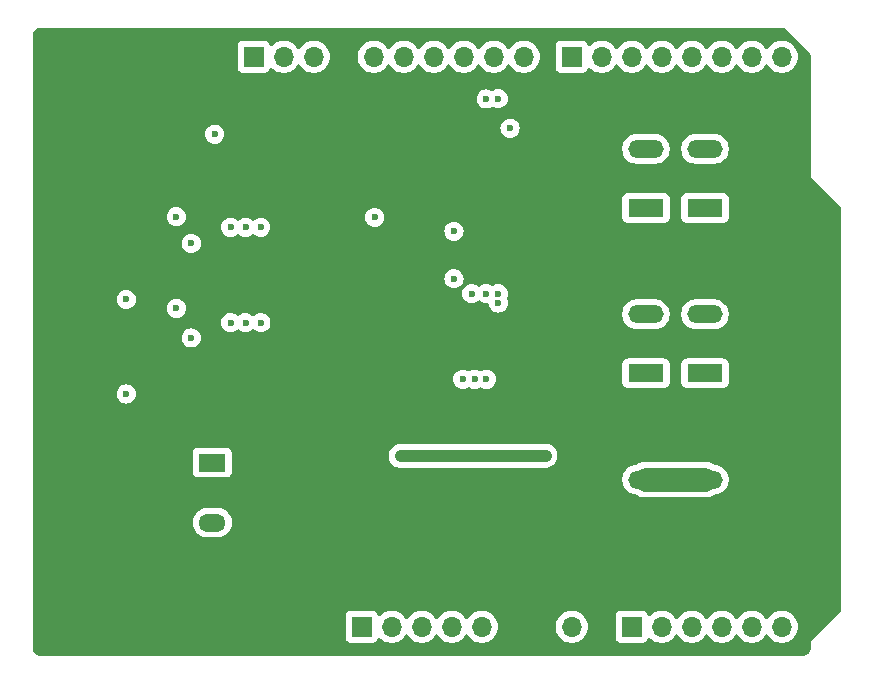
<source format=gbr>
G04 #@! TF.GenerationSoftware,KiCad,Pcbnew,8.0.8+1*
G04 #@! TF.CreationDate,2025-03-25T14:10:20+00:00*
G04 #@! TF.ProjectId,dc_shield,64635f73-6869-4656-9c64-2e6b69636164,rev?*
G04 #@! TF.SameCoordinates,Original*
G04 #@! TF.FileFunction,Copper,L4,Bot*
G04 #@! TF.FilePolarity,Positive*
%FSLAX46Y46*%
G04 Gerber Fmt 4.6, Leading zero omitted, Abs format (unit mm)*
G04 Created by KiCad (PCBNEW 8.0.8+1) date 2025-03-25 14:10:20*
%MOMM*%
%LPD*%
G01*
G04 APERTURE LIST*
G04 #@! TA.AperFunction,ComponentPad*
%ADD10R,1.700000X1.700000*%
G04 #@! TD*
G04 #@! TA.AperFunction,ComponentPad*
%ADD11O,1.700000X1.700000*%
G04 #@! TD*
G04 #@! TA.AperFunction,ComponentPad*
%ADD12R,3.000000X1.500000*%
G04 #@! TD*
G04 #@! TA.AperFunction,ComponentPad*
%ADD13O,3.000000X1.500000*%
G04 #@! TD*
G04 #@! TA.AperFunction,ComponentPad*
%ADD14R,2.300000X1.500000*%
G04 #@! TD*
G04 #@! TA.AperFunction,ComponentPad*
%ADD15O,2.300000X1.500000*%
G04 #@! TD*
G04 #@! TA.AperFunction,ViaPad*
%ADD16C,0.600000*%
G04 #@! TD*
G04 #@! TA.AperFunction,Conductor*
%ADD17C,1.000000*%
G04 #@! TD*
G04 #@! TA.AperFunction,Conductor*
%ADD18C,2.000000*%
G04 #@! TD*
G04 APERTURE END LIST*
D10*
X127940000Y-97460000D03*
D11*
X130480000Y-97460000D03*
X133020000Y-97460000D03*
X135560000Y-97460000D03*
X138100000Y-97460000D03*
X140640000Y-97460000D03*
X143180000Y-97460000D03*
X145720000Y-97460000D03*
D10*
X150800000Y-97460000D03*
D11*
X153340000Y-97460000D03*
X155880000Y-97460000D03*
X158420000Y-97460000D03*
X160960000Y-97460000D03*
X163500000Y-97460000D03*
D10*
X118796000Y-49200000D03*
D11*
X121336000Y-49200000D03*
X123876000Y-49200000D03*
X126416000Y-49200000D03*
X128956000Y-49200000D03*
X131496000Y-49200000D03*
X134036000Y-49200000D03*
X136576000Y-49200000D03*
X139116000Y-49200000D03*
X141656000Y-49200000D03*
D10*
X145720000Y-49200000D03*
D11*
X148260000Y-49200000D03*
X150800000Y-49200000D03*
X153340000Y-49200000D03*
X155880000Y-49200000D03*
X158420000Y-49200000D03*
X160960000Y-49200000D03*
X163500000Y-49200000D03*
D12*
X152000000Y-62000000D03*
X157000000Y-62000000D03*
D13*
X152000000Y-57000000D03*
X157000000Y-57000000D03*
D12*
X152000000Y-90000000D03*
X157000000Y-90000000D03*
D13*
X152000000Y-85000000D03*
X157000000Y-85000000D03*
D12*
X152000000Y-76000000D03*
X157000000Y-76000000D03*
D13*
X152000000Y-71000000D03*
X157000000Y-71000000D03*
D14*
X115292500Y-83553000D03*
D15*
X115292500Y-86093000D03*
X115292500Y-88633000D03*
D16*
X117750000Y-79750000D03*
X135000000Y-71000000D03*
X125000000Y-70000000D03*
X135000000Y-57000000D03*
X135000000Y-70000000D03*
X129000000Y-57000000D03*
X125000000Y-71000000D03*
X135000000Y-69000000D03*
X129000000Y-59000000D03*
X125000000Y-69000000D03*
X125000000Y-72000000D03*
X120250000Y-77500000D03*
X136000000Y-70000000D03*
X119500000Y-77500000D03*
X118500000Y-79750000D03*
X129000000Y-56000000D03*
X120250000Y-78250000D03*
X135000000Y-56000000D03*
X129000000Y-58000000D03*
X136000000Y-56000000D03*
X135000000Y-55000000D03*
X117000000Y-79750000D03*
X119250000Y-79750000D03*
X116840000Y-71700000D03*
X116840000Y-63640000D03*
X108000000Y-77750000D03*
X108000000Y-69750000D03*
X138500000Y-69250000D03*
X138484942Y-52765058D03*
X139500000Y-70050003D03*
X139500000Y-52750000D03*
X139500000Y-69250000D03*
X135750000Y-63975000D03*
X135750000Y-68000000D03*
X136500000Y-76500000D03*
X137500000Y-76500000D03*
X115500000Y-55750000D03*
X129050000Y-62800000D03*
X131250000Y-83000000D03*
X143500000Y-82975000D03*
X138500000Y-76500000D03*
X140500000Y-55250000D03*
X137250000Y-69250000D03*
X119400000Y-71700000D03*
X113500000Y-73000000D03*
X119390000Y-63630000D03*
X113500000Y-65000000D03*
X112250000Y-70500000D03*
X118100000Y-71700000D03*
X112250000Y-62750000D03*
X118110000Y-63630000D03*
D17*
X131275000Y-82975000D02*
X131250000Y-83000000D01*
X143500000Y-82975000D02*
X131275000Y-82975000D01*
D18*
X157000000Y-85000000D02*
X152000000Y-85000000D01*
G04 #@! TA.AperFunction,Conductor*
G36*
X163733139Y-46755185D02*
G01*
X163754721Y-46772769D01*
X165929123Y-48994647D01*
X165961944Y-49056327D01*
X165964500Y-49081375D01*
X165964500Y-59344982D01*
X165964500Y-59375018D01*
X165975994Y-59402767D01*
X165975995Y-59402768D01*
X168468181Y-61894954D01*
X168501666Y-61956277D01*
X168504500Y-61982635D01*
X168504500Y-96107364D01*
X168484815Y-96174403D01*
X168468181Y-96195045D01*
X165997233Y-98665994D01*
X165975995Y-98687231D01*
X165964500Y-98714982D01*
X165964500Y-99231907D01*
X165963903Y-99244062D01*
X165952505Y-99359778D01*
X165947763Y-99383618D01*
X165917832Y-99482290D01*
X165915789Y-99489024D01*
X165906486Y-99511482D01*
X165854561Y-99608627D01*
X165841056Y-99628839D01*
X165771176Y-99713988D01*
X165753988Y-99731176D01*
X165668839Y-99801056D01*
X165648627Y-99814561D01*
X165551482Y-99866486D01*
X165529028Y-99875787D01*
X165487028Y-99888528D01*
X165423618Y-99907763D01*
X165399778Y-99912505D01*
X165291162Y-99923203D01*
X165284060Y-99923903D01*
X165271907Y-99924500D01*
X100768093Y-99924500D01*
X100755939Y-99923903D01*
X100747995Y-99923120D01*
X100640221Y-99912505D01*
X100616381Y-99907763D01*
X100599445Y-99902625D01*
X100510968Y-99875786D01*
X100488517Y-99866486D01*
X100391372Y-99814561D01*
X100371160Y-99801056D01*
X100286011Y-99731176D01*
X100268823Y-99713988D01*
X100198943Y-99628839D01*
X100185438Y-99608627D01*
X100133510Y-99511476D01*
X100124215Y-99489037D01*
X100092234Y-99383612D01*
X100087494Y-99359777D01*
X100076097Y-99244061D01*
X100075500Y-99231907D01*
X100075500Y-96561345D01*
X126581500Y-96561345D01*
X126581500Y-98358654D01*
X126588011Y-98419202D01*
X126588011Y-98419204D01*
X126639111Y-98556204D01*
X126726739Y-98673261D01*
X126843796Y-98760889D01*
X126980799Y-98811989D01*
X127008050Y-98814918D01*
X127041345Y-98818499D01*
X127041362Y-98818500D01*
X128838638Y-98818500D01*
X128838654Y-98818499D01*
X128865692Y-98815591D01*
X128899201Y-98811989D01*
X129036204Y-98760889D01*
X129153261Y-98673261D01*
X129240889Y-98556204D01*
X129286138Y-98434887D01*
X129328009Y-98378956D01*
X129393474Y-98354539D01*
X129461746Y-98369391D01*
X129493545Y-98394236D01*
X129556760Y-98462906D01*
X129734424Y-98601189D01*
X129734425Y-98601189D01*
X129734427Y-98601191D01*
X129861135Y-98669761D01*
X129932426Y-98708342D01*
X130145365Y-98781444D01*
X130367431Y-98818500D01*
X130592569Y-98818500D01*
X130814635Y-98781444D01*
X131027574Y-98708342D01*
X131225576Y-98601189D01*
X131403240Y-98462906D01*
X131555722Y-98297268D01*
X131646193Y-98158790D01*
X131699338Y-98113437D01*
X131768569Y-98104013D01*
X131831905Y-98133515D01*
X131853804Y-98158787D01*
X131944278Y-98297268D01*
X131944283Y-98297273D01*
X131944284Y-98297276D01*
X132070968Y-98434889D01*
X132096760Y-98462906D01*
X132274424Y-98601189D01*
X132274425Y-98601189D01*
X132274427Y-98601191D01*
X132401135Y-98669761D01*
X132472426Y-98708342D01*
X132685365Y-98781444D01*
X132907431Y-98818500D01*
X133132569Y-98818500D01*
X133354635Y-98781444D01*
X133567574Y-98708342D01*
X133765576Y-98601189D01*
X133943240Y-98462906D01*
X134095722Y-98297268D01*
X134186193Y-98158790D01*
X134239338Y-98113437D01*
X134308569Y-98104013D01*
X134371905Y-98133515D01*
X134393804Y-98158787D01*
X134484278Y-98297268D01*
X134484283Y-98297273D01*
X134484284Y-98297276D01*
X134610968Y-98434889D01*
X134636760Y-98462906D01*
X134814424Y-98601189D01*
X134814425Y-98601189D01*
X134814427Y-98601191D01*
X134941135Y-98669761D01*
X135012426Y-98708342D01*
X135225365Y-98781444D01*
X135447431Y-98818500D01*
X135672569Y-98818500D01*
X135894635Y-98781444D01*
X136107574Y-98708342D01*
X136305576Y-98601189D01*
X136483240Y-98462906D01*
X136635722Y-98297268D01*
X136726193Y-98158790D01*
X136779338Y-98113437D01*
X136848569Y-98104013D01*
X136911905Y-98133515D01*
X136933804Y-98158787D01*
X137024278Y-98297268D01*
X137024283Y-98297273D01*
X137024284Y-98297276D01*
X137150968Y-98434889D01*
X137176760Y-98462906D01*
X137354424Y-98601189D01*
X137354425Y-98601189D01*
X137354427Y-98601191D01*
X137481135Y-98669761D01*
X137552426Y-98708342D01*
X137765365Y-98781444D01*
X137987431Y-98818500D01*
X138212569Y-98818500D01*
X138434635Y-98781444D01*
X138647574Y-98708342D01*
X138845576Y-98601189D01*
X139023240Y-98462906D01*
X139175722Y-98297268D01*
X139298860Y-98108791D01*
X139389296Y-97902616D01*
X139444564Y-97684368D01*
X139463156Y-97460000D01*
X139463156Y-97459994D01*
X144356844Y-97459994D01*
X144356844Y-97460005D01*
X144375434Y-97684359D01*
X144375436Y-97684371D01*
X144430703Y-97902614D01*
X144521140Y-98108792D01*
X144644276Y-98297265D01*
X144644284Y-98297276D01*
X144770968Y-98434889D01*
X144796760Y-98462906D01*
X144974424Y-98601189D01*
X144974425Y-98601189D01*
X144974427Y-98601191D01*
X145101135Y-98669761D01*
X145172426Y-98708342D01*
X145385365Y-98781444D01*
X145607431Y-98818500D01*
X145832569Y-98818500D01*
X146054635Y-98781444D01*
X146267574Y-98708342D01*
X146465576Y-98601189D01*
X146643240Y-98462906D01*
X146795722Y-98297268D01*
X146918860Y-98108791D01*
X147009296Y-97902616D01*
X147064564Y-97684368D01*
X147083156Y-97460000D01*
X147064564Y-97235632D01*
X147009296Y-97017384D01*
X146918860Y-96811209D01*
X146902706Y-96786484D01*
X146795723Y-96622734D01*
X146795715Y-96622723D01*
X146739212Y-96561345D01*
X149441500Y-96561345D01*
X149441500Y-98358654D01*
X149448011Y-98419202D01*
X149448011Y-98419204D01*
X149499111Y-98556204D01*
X149586739Y-98673261D01*
X149703796Y-98760889D01*
X149840799Y-98811989D01*
X149868050Y-98814918D01*
X149901345Y-98818499D01*
X149901362Y-98818500D01*
X151698638Y-98818500D01*
X151698654Y-98818499D01*
X151725692Y-98815591D01*
X151759201Y-98811989D01*
X151896204Y-98760889D01*
X152013261Y-98673261D01*
X152100889Y-98556204D01*
X152146138Y-98434887D01*
X152188009Y-98378956D01*
X152253474Y-98354539D01*
X152321746Y-98369391D01*
X152353545Y-98394236D01*
X152416760Y-98462906D01*
X152594424Y-98601189D01*
X152594425Y-98601189D01*
X152594427Y-98601191D01*
X152721135Y-98669761D01*
X152792426Y-98708342D01*
X153005365Y-98781444D01*
X153227431Y-98818500D01*
X153452569Y-98818500D01*
X153674635Y-98781444D01*
X153887574Y-98708342D01*
X154085576Y-98601189D01*
X154263240Y-98462906D01*
X154415722Y-98297268D01*
X154506193Y-98158790D01*
X154559338Y-98113437D01*
X154628569Y-98104013D01*
X154691905Y-98133515D01*
X154713804Y-98158787D01*
X154804278Y-98297268D01*
X154804283Y-98297273D01*
X154804284Y-98297276D01*
X154930968Y-98434889D01*
X154956760Y-98462906D01*
X155134424Y-98601189D01*
X155134425Y-98601189D01*
X155134427Y-98601191D01*
X155261135Y-98669761D01*
X155332426Y-98708342D01*
X155545365Y-98781444D01*
X155767431Y-98818500D01*
X155992569Y-98818500D01*
X156214635Y-98781444D01*
X156427574Y-98708342D01*
X156625576Y-98601189D01*
X156803240Y-98462906D01*
X156955722Y-98297268D01*
X157046193Y-98158790D01*
X157099338Y-98113437D01*
X157168569Y-98104013D01*
X157231905Y-98133515D01*
X157253804Y-98158787D01*
X157344278Y-98297268D01*
X157344283Y-98297273D01*
X157344284Y-98297276D01*
X157470968Y-98434889D01*
X157496760Y-98462906D01*
X157674424Y-98601189D01*
X157674425Y-98601189D01*
X157674427Y-98601191D01*
X157801135Y-98669761D01*
X157872426Y-98708342D01*
X158085365Y-98781444D01*
X158307431Y-98818500D01*
X158532569Y-98818500D01*
X158754635Y-98781444D01*
X158967574Y-98708342D01*
X159165576Y-98601189D01*
X159343240Y-98462906D01*
X159495722Y-98297268D01*
X159586193Y-98158790D01*
X159639338Y-98113437D01*
X159708569Y-98104013D01*
X159771905Y-98133515D01*
X159793804Y-98158787D01*
X159884278Y-98297268D01*
X159884283Y-98297273D01*
X159884284Y-98297276D01*
X160010968Y-98434889D01*
X160036760Y-98462906D01*
X160214424Y-98601189D01*
X160214425Y-98601189D01*
X160214427Y-98601191D01*
X160341135Y-98669761D01*
X160412426Y-98708342D01*
X160625365Y-98781444D01*
X160847431Y-98818500D01*
X161072569Y-98818500D01*
X161294635Y-98781444D01*
X161507574Y-98708342D01*
X161705576Y-98601189D01*
X161883240Y-98462906D01*
X162035722Y-98297268D01*
X162126193Y-98158790D01*
X162179338Y-98113437D01*
X162248569Y-98104013D01*
X162311905Y-98133515D01*
X162333804Y-98158787D01*
X162424278Y-98297268D01*
X162424283Y-98297273D01*
X162424284Y-98297276D01*
X162550968Y-98434889D01*
X162576760Y-98462906D01*
X162754424Y-98601189D01*
X162754425Y-98601189D01*
X162754427Y-98601191D01*
X162881135Y-98669761D01*
X162952426Y-98708342D01*
X163165365Y-98781444D01*
X163387431Y-98818500D01*
X163612569Y-98818500D01*
X163834635Y-98781444D01*
X164047574Y-98708342D01*
X164245576Y-98601189D01*
X164423240Y-98462906D01*
X164575722Y-98297268D01*
X164698860Y-98108791D01*
X164789296Y-97902616D01*
X164844564Y-97684368D01*
X164863156Y-97460000D01*
X164844564Y-97235632D01*
X164789296Y-97017384D01*
X164698860Y-96811209D01*
X164682706Y-96786484D01*
X164575723Y-96622734D01*
X164575715Y-96622723D01*
X164423243Y-96457097D01*
X164423238Y-96457092D01*
X164245577Y-96318812D01*
X164245572Y-96318808D01*
X164047580Y-96211661D01*
X164047577Y-96211659D01*
X164047574Y-96211658D01*
X164047571Y-96211657D01*
X164047569Y-96211656D01*
X163834637Y-96138556D01*
X163612569Y-96101500D01*
X163387431Y-96101500D01*
X163165362Y-96138556D01*
X162952430Y-96211656D01*
X162952419Y-96211661D01*
X162754427Y-96318808D01*
X162754422Y-96318812D01*
X162576761Y-96457092D01*
X162576756Y-96457097D01*
X162424284Y-96622723D01*
X162424276Y-96622734D01*
X162333808Y-96761206D01*
X162280662Y-96806562D01*
X162211431Y-96815986D01*
X162148095Y-96786484D01*
X162126192Y-96761206D01*
X162035723Y-96622734D01*
X162035715Y-96622723D01*
X161883243Y-96457097D01*
X161883238Y-96457092D01*
X161705577Y-96318812D01*
X161705572Y-96318808D01*
X161507580Y-96211661D01*
X161507577Y-96211659D01*
X161507574Y-96211658D01*
X161507571Y-96211657D01*
X161507569Y-96211656D01*
X161294637Y-96138556D01*
X161072569Y-96101500D01*
X160847431Y-96101500D01*
X160625362Y-96138556D01*
X160412430Y-96211656D01*
X160412419Y-96211661D01*
X160214427Y-96318808D01*
X160214422Y-96318812D01*
X160036761Y-96457092D01*
X160036756Y-96457097D01*
X159884284Y-96622723D01*
X159884276Y-96622734D01*
X159793808Y-96761206D01*
X159740662Y-96806562D01*
X159671431Y-96815986D01*
X159608095Y-96786484D01*
X159586192Y-96761206D01*
X159495723Y-96622734D01*
X159495715Y-96622723D01*
X159343243Y-96457097D01*
X159343238Y-96457092D01*
X159165577Y-96318812D01*
X159165572Y-96318808D01*
X158967580Y-96211661D01*
X158967577Y-96211659D01*
X158967574Y-96211658D01*
X158967571Y-96211657D01*
X158967569Y-96211656D01*
X158754637Y-96138556D01*
X158532569Y-96101500D01*
X158307431Y-96101500D01*
X158085362Y-96138556D01*
X157872430Y-96211656D01*
X157872419Y-96211661D01*
X157674427Y-96318808D01*
X157674422Y-96318812D01*
X157496761Y-96457092D01*
X157496756Y-96457097D01*
X157344284Y-96622723D01*
X157344276Y-96622734D01*
X157253808Y-96761206D01*
X157200662Y-96806562D01*
X157131431Y-96815986D01*
X157068095Y-96786484D01*
X157046192Y-96761206D01*
X156955723Y-96622734D01*
X156955715Y-96622723D01*
X156803243Y-96457097D01*
X156803238Y-96457092D01*
X156625577Y-96318812D01*
X156625572Y-96318808D01*
X156427580Y-96211661D01*
X156427577Y-96211659D01*
X156427574Y-96211658D01*
X156427571Y-96211657D01*
X156427569Y-96211656D01*
X156214637Y-96138556D01*
X155992569Y-96101500D01*
X155767431Y-96101500D01*
X155545362Y-96138556D01*
X155332430Y-96211656D01*
X155332419Y-96211661D01*
X155134427Y-96318808D01*
X155134422Y-96318812D01*
X154956761Y-96457092D01*
X154956756Y-96457097D01*
X154804284Y-96622723D01*
X154804276Y-96622734D01*
X154713808Y-96761206D01*
X154660662Y-96806562D01*
X154591431Y-96815986D01*
X154528095Y-96786484D01*
X154506192Y-96761206D01*
X154415723Y-96622734D01*
X154415715Y-96622723D01*
X154263243Y-96457097D01*
X154263238Y-96457092D01*
X154085577Y-96318812D01*
X154085572Y-96318808D01*
X153887580Y-96211661D01*
X153887577Y-96211659D01*
X153887574Y-96211658D01*
X153887571Y-96211657D01*
X153887569Y-96211656D01*
X153674637Y-96138556D01*
X153452569Y-96101500D01*
X153227431Y-96101500D01*
X153005362Y-96138556D01*
X152792430Y-96211656D01*
X152792419Y-96211661D01*
X152594427Y-96318808D01*
X152594422Y-96318812D01*
X152416761Y-96457092D01*
X152353548Y-96525760D01*
X152293661Y-96561750D01*
X152223823Y-96559649D01*
X152166207Y-96520124D01*
X152146138Y-96485110D01*
X152100889Y-96363796D01*
X152067214Y-96318812D01*
X152013261Y-96246739D01*
X151896204Y-96159111D01*
X151895172Y-96158726D01*
X151759203Y-96108011D01*
X151698654Y-96101500D01*
X151698638Y-96101500D01*
X149901362Y-96101500D01*
X149901345Y-96101500D01*
X149840797Y-96108011D01*
X149840795Y-96108011D01*
X149703795Y-96159111D01*
X149586739Y-96246739D01*
X149499111Y-96363795D01*
X149448011Y-96500795D01*
X149448011Y-96500797D01*
X149441500Y-96561345D01*
X146739212Y-96561345D01*
X146643243Y-96457097D01*
X146643238Y-96457092D01*
X146465577Y-96318812D01*
X146465572Y-96318808D01*
X146267580Y-96211661D01*
X146267577Y-96211659D01*
X146267574Y-96211658D01*
X146267571Y-96211657D01*
X146267569Y-96211656D01*
X146054637Y-96138556D01*
X145832569Y-96101500D01*
X145607431Y-96101500D01*
X145385362Y-96138556D01*
X145172430Y-96211656D01*
X145172419Y-96211661D01*
X144974427Y-96318808D01*
X144974422Y-96318812D01*
X144796761Y-96457092D01*
X144796756Y-96457097D01*
X144644284Y-96622723D01*
X144644276Y-96622734D01*
X144521140Y-96811207D01*
X144430703Y-97017385D01*
X144375436Y-97235628D01*
X144375434Y-97235640D01*
X144356844Y-97459994D01*
X139463156Y-97459994D01*
X139444564Y-97235632D01*
X139389296Y-97017384D01*
X139298860Y-96811209D01*
X139282706Y-96786484D01*
X139175723Y-96622734D01*
X139175715Y-96622723D01*
X139023243Y-96457097D01*
X139023238Y-96457092D01*
X138845577Y-96318812D01*
X138845572Y-96318808D01*
X138647580Y-96211661D01*
X138647577Y-96211659D01*
X138647574Y-96211658D01*
X138647571Y-96211657D01*
X138647569Y-96211656D01*
X138434637Y-96138556D01*
X138212569Y-96101500D01*
X137987431Y-96101500D01*
X137765362Y-96138556D01*
X137552430Y-96211656D01*
X137552419Y-96211661D01*
X137354427Y-96318808D01*
X137354422Y-96318812D01*
X137176761Y-96457092D01*
X137176756Y-96457097D01*
X137024284Y-96622723D01*
X137024276Y-96622734D01*
X136933808Y-96761206D01*
X136880662Y-96806562D01*
X136811431Y-96815986D01*
X136748095Y-96786484D01*
X136726192Y-96761206D01*
X136635723Y-96622734D01*
X136635715Y-96622723D01*
X136483243Y-96457097D01*
X136483238Y-96457092D01*
X136305577Y-96318812D01*
X136305572Y-96318808D01*
X136107580Y-96211661D01*
X136107577Y-96211659D01*
X136107574Y-96211658D01*
X136107571Y-96211657D01*
X136107569Y-96211656D01*
X135894637Y-96138556D01*
X135672569Y-96101500D01*
X135447431Y-96101500D01*
X135225362Y-96138556D01*
X135012430Y-96211656D01*
X135012419Y-96211661D01*
X134814427Y-96318808D01*
X134814422Y-96318812D01*
X134636761Y-96457092D01*
X134636756Y-96457097D01*
X134484284Y-96622723D01*
X134484276Y-96622734D01*
X134393808Y-96761206D01*
X134340662Y-96806562D01*
X134271431Y-96815986D01*
X134208095Y-96786484D01*
X134186192Y-96761206D01*
X134095723Y-96622734D01*
X134095715Y-96622723D01*
X133943243Y-96457097D01*
X133943238Y-96457092D01*
X133765577Y-96318812D01*
X133765572Y-96318808D01*
X133567580Y-96211661D01*
X133567577Y-96211659D01*
X133567574Y-96211658D01*
X133567571Y-96211657D01*
X133567569Y-96211656D01*
X133354637Y-96138556D01*
X133132569Y-96101500D01*
X132907431Y-96101500D01*
X132685362Y-96138556D01*
X132472430Y-96211656D01*
X132472419Y-96211661D01*
X132274427Y-96318808D01*
X132274422Y-96318812D01*
X132096761Y-96457092D01*
X132096756Y-96457097D01*
X131944284Y-96622723D01*
X131944276Y-96622734D01*
X131853808Y-96761206D01*
X131800662Y-96806562D01*
X131731431Y-96815986D01*
X131668095Y-96786484D01*
X131646192Y-96761206D01*
X131555723Y-96622734D01*
X131555715Y-96622723D01*
X131403243Y-96457097D01*
X131403238Y-96457092D01*
X131225577Y-96318812D01*
X131225572Y-96318808D01*
X131027580Y-96211661D01*
X131027577Y-96211659D01*
X131027574Y-96211658D01*
X131027571Y-96211657D01*
X131027569Y-96211656D01*
X130814637Y-96138556D01*
X130592569Y-96101500D01*
X130367431Y-96101500D01*
X130145362Y-96138556D01*
X129932430Y-96211656D01*
X129932419Y-96211661D01*
X129734427Y-96318808D01*
X129734422Y-96318812D01*
X129556761Y-96457092D01*
X129493548Y-96525760D01*
X129433661Y-96561750D01*
X129363823Y-96559649D01*
X129306207Y-96520124D01*
X129286138Y-96485110D01*
X129240889Y-96363796D01*
X129207214Y-96318812D01*
X129153261Y-96246739D01*
X129036204Y-96159111D01*
X129035172Y-96158726D01*
X128899203Y-96108011D01*
X128838654Y-96101500D01*
X128838638Y-96101500D01*
X127041362Y-96101500D01*
X127041345Y-96101500D01*
X126980797Y-96108011D01*
X126980795Y-96108011D01*
X126843795Y-96159111D01*
X126726739Y-96246739D01*
X126639111Y-96363795D01*
X126588011Y-96500795D01*
X126588011Y-96500797D01*
X126581500Y-96561345D01*
X100075500Y-96561345D01*
X100075500Y-88533948D01*
X113634000Y-88533948D01*
X113634000Y-88732051D01*
X113664987Y-88927700D01*
X113726203Y-89116101D01*
X113816134Y-89292598D01*
X113932570Y-89452858D01*
X114072642Y-89592930D01*
X114232902Y-89709366D01*
X114316290Y-89751854D01*
X114409398Y-89799296D01*
X114409400Y-89799296D01*
X114409403Y-89799298D01*
X114510388Y-89832110D01*
X114597799Y-89860512D01*
X114793449Y-89891500D01*
X114793454Y-89891500D01*
X115791551Y-89891500D01*
X115987200Y-89860512D01*
X116175597Y-89799298D01*
X116352098Y-89709366D01*
X116512358Y-89592930D01*
X116652430Y-89452858D01*
X116768866Y-89292598D01*
X116858798Y-89116097D01*
X116920012Y-88927700D01*
X116951000Y-88732051D01*
X116951000Y-88533948D01*
X116920012Y-88338299D01*
X116858796Y-88149898D01*
X116768865Y-87973401D01*
X116652430Y-87813142D01*
X116512358Y-87673070D01*
X116352098Y-87556634D01*
X116175601Y-87466703D01*
X115987200Y-87405487D01*
X115791551Y-87374500D01*
X115791546Y-87374500D01*
X114793454Y-87374500D01*
X114793449Y-87374500D01*
X114597799Y-87405487D01*
X114409398Y-87466703D01*
X114232901Y-87556634D01*
X114141467Y-87623065D01*
X114072642Y-87673070D01*
X114072640Y-87673072D01*
X114072639Y-87673072D01*
X113932572Y-87813139D01*
X113932572Y-87813140D01*
X113932570Y-87813142D01*
X113882565Y-87881967D01*
X113816134Y-87973401D01*
X113726203Y-88149898D01*
X113664987Y-88338299D01*
X113634000Y-88533948D01*
X100075500Y-88533948D01*
X100075500Y-84900948D01*
X149991500Y-84900948D01*
X149991500Y-85099051D01*
X150022487Y-85294700D01*
X150083703Y-85483101D01*
X150173634Y-85659598D01*
X150290070Y-85819858D01*
X150430142Y-85959930D01*
X150590402Y-86076366D01*
X150673790Y-86118854D01*
X150766898Y-86166296D01*
X150766900Y-86166296D01*
X150766903Y-86166298D01*
X150867888Y-86199110D01*
X150955299Y-86227512D01*
X151140487Y-86256843D01*
X151193973Y-86278997D01*
X151209370Y-86290183D01*
X151209373Y-86290185D01*
X151307241Y-86340051D01*
X151420932Y-86397980D01*
X151420934Y-86397980D01*
X151420937Y-86397982D01*
X151541984Y-86437312D01*
X151646758Y-86471356D01*
X151881273Y-86508500D01*
X151881278Y-86508500D01*
X157118727Y-86508500D01*
X157353241Y-86471356D01*
X157579063Y-86397982D01*
X157790627Y-86290185D01*
X157806023Y-86278998D01*
X157859512Y-86256843D01*
X158044700Y-86227512D01*
X158233097Y-86166298D01*
X158409598Y-86076366D01*
X158569858Y-85959930D01*
X158709930Y-85819858D01*
X158826366Y-85659598D01*
X158916298Y-85483097D01*
X158977512Y-85294700D01*
X159008500Y-85099051D01*
X159008500Y-84900948D01*
X158977512Y-84705299D01*
X158916296Y-84516898D01*
X158862950Y-84412202D01*
X158826366Y-84340402D01*
X158709930Y-84180142D01*
X158569858Y-84040070D01*
X158409598Y-83923634D01*
X158350883Y-83893717D01*
X158233101Y-83833703D01*
X158044700Y-83772487D01*
X157859512Y-83743156D01*
X157806027Y-83721003D01*
X157795100Y-83713065D01*
X157790627Y-83709815D01*
X157722744Y-83675227D01*
X157579067Y-83602019D01*
X157353241Y-83528643D01*
X157118727Y-83491500D01*
X157118722Y-83491500D01*
X151881278Y-83491500D01*
X151881273Y-83491500D01*
X151646758Y-83528643D01*
X151420932Y-83602019D01*
X151209368Y-83709817D01*
X151193970Y-83721004D01*
X151140488Y-83743156D01*
X150955298Y-83772488D01*
X150766898Y-83833703D01*
X150590401Y-83923634D01*
X150526937Y-83969744D01*
X150430142Y-84040070D01*
X150430140Y-84040072D01*
X150430139Y-84040072D01*
X150290072Y-84180139D01*
X150290072Y-84180140D01*
X150290070Y-84180142D01*
X150240065Y-84248967D01*
X150173634Y-84340401D01*
X150083703Y-84516898D01*
X150022487Y-84705299D01*
X149991500Y-84900948D01*
X100075500Y-84900948D01*
X100075500Y-82754345D01*
X113634000Y-82754345D01*
X113634000Y-84351654D01*
X113640511Y-84412202D01*
X113640511Y-84412204D01*
X113679561Y-84516898D01*
X113691611Y-84549204D01*
X113779239Y-84666261D01*
X113896296Y-84753889D01*
X114033299Y-84804989D01*
X114060550Y-84807918D01*
X114093845Y-84811499D01*
X114093862Y-84811500D01*
X116491138Y-84811500D01*
X116491154Y-84811499D01*
X116518192Y-84808591D01*
X116551701Y-84804989D01*
X116688704Y-84753889D01*
X116805761Y-84666261D01*
X116893389Y-84549204D01*
X116944489Y-84412201D01*
X116948091Y-84378692D01*
X116950999Y-84351654D01*
X116951000Y-84351637D01*
X116951000Y-82900666D01*
X130241500Y-82900666D01*
X130241500Y-83099333D01*
X130280254Y-83294160D01*
X130280256Y-83294168D01*
X130356277Y-83477701D01*
X130356282Y-83477710D01*
X130466646Y-83642880D01*
X130466649Y-83642884D01*
X130607115Y-83783350D01*
X130607119Y-83783353D01*
X130772289Y-83893717D01*
X130772295Y-83893720D01*
X130772296Y-83893721D01*
X130955832Y-83969744D01*
X131150666Y-84008499D01*
X131150669Y-84008500D01*
X131150671Y-84008500D01*
X131349331Y-84008500D01*
X131427841Y-83992882D01*
X131463032Y-83985882D01*
X131487223Y-83983500D01*
X143599330Y-83983500D01*
X143599331Y-83983499D01*
X143794169Y-83944744D01*
X143977704Y-83868721D01*
X144142881Y-83758353D01*
X144283353Y-83617881D01*
X144393721Y-83452704D01*
X144469744Y-83269169D01*
X144508500Y-83074329D01*
X144508500Y-82875671D01*
X144469744Y-82680831D01*
X144404076Y-82522296D01*
X144393722Y-82497298D01*
X144393717Y-82497289D01*
X144283353Y-82332119D01*
X144283350Y-82332115D01*
X144142884Y-82191649D01*
X144142880Y-82191646D01*
X143977710Y-82081282D01*
X143977701Y-82081277D01*
X143794169Y-82005256D01*
X143794161Y-82005254D01*
X143599333Y-81966500D01*
X143599329Y-81966500D01*
X131175671Y-81966500D01*
X131175666Y-81966500D01*
X130980838Y-82005254D01*
X130980830Y-82005256D01*
X130797298Y-82081277D01*
X130797289Y-82081282D01*
X130632119Y-82191646D01*
X130632115Y-82191649D01*
X130466649Y-82357115D01*
X130466646Y-82357119D01*
X130356282Y-82522289D01*
X130356277Y-82522298D01*
X130280256Y-82705831D01*
X130280254Y-82705839D01*
X130241500Y-82900666D01*
X116951000Y-82900666D01*
X116951000Y-82754362D01*
X116950999Y-82754345D01*
X116945783Y-82705839D01*
X116944489Y-82693799D01*
X116939652Y-82680831D01*
X116922022Y-82633564D01*
X116893389Y-82556796D01*
X116805761Y-82439739D01*
X116688704Y-82352111D01*
X116551703Y-82301011D01*
X116491154Y-82294500D01*
X116491138Y-82294500D01*
X114093862Y-82294500D01*
X114093845Y-82294500D01*
X114033297Y-82301011D01*
X114033295Y-82301011D01*
X113896295Y-82352111D01*
X113779239Y-82439739D01*
X113691611Y-82556795D01*
X113640511Y-82693795D01*
X113640511Y-82693797D01*
X113634000Y-82754345D01*
X100075500Y-82754345D01*
X100075500Y-77749996D01*
X107186384Y-77749996D01*
X107186384Y-77750003D01*
X107206781Y-77931041D01*
X107206782Y-77931046D01*
X107247949Y-78048693D01*
X107266957Y-78103015D01*
X107363889Y-78257281D01*
X107492719Y-78386111D01*
X107646985Y-78483043D01*
X107818953Y-78543217D01*
X107818958Y-78543218D01*
X107999996Y-78563616D01*
X108000000Y-78563616D01*
X108000004Y-78563616D01*
X108181041Y-78543218D01*
X108181044Y-78543217D01*
X108181047Y-78543217D01*
X108353015Y-78483043D01*
X108507281Y-78386111D01*
X108636111Y-78257281D01*
X108733043Y-78103015D01*
X108793217Y-77931047D01*
X108813616Y-77750000D01*
X108793217Y-77568953D01*
X108733043Y-77396985D01*
X108636111Y-77242719D01*
X108507281Y-77113889D01*
X108353015Y-77016957D01*
X108293706Y-76996204D01*
X108181046Y-76956782D01*
X108181041Y-76956781D01*
X108000004Y-76936384D01*
X107999996Y-76936384D01*
X107818958Y-76956781D01*
X107818953Y-76956782D01*
X107646982Y-77016958D01*
X107492718Y-77113889D01*
X107363889Y-77242718D01*
X107266958Y-77396982D01*
X107206782Y-77568953D01*
X107206781Y-77568958D01*
X107186384Y-77749996D01*
X100075500Y-77749996D01*
X100075500Y-76499996D01*
X135686384Y-76499996D01*
X135686384Y-76500003D01*
X135706781Y-76681041D01*
X135706782Y-76681046D01*
X135766958Y-76853017D01*
X135770846Y-76859204D01*
X135863889Y-77007281D01*
X135992719Y-77136111D01*
X136146985Y-77233043D01*
X136318950Y-77293216D01*
X136318953Y-77293217D01*
X136318958Y-77293218D01*
X136499996Y-77313616D01*
X136500000Y-77313616D01*
X136500004Y-77313616D01*
X136681041Y-77293218D01*
X136681043Y-77293217D01*
X136681047Y-77293217D01*
X136853015Y-77233043D01*
X136934030Y-77182137D01*
X137001263Y-77163137D01*
X137065969Y-77182137D01*
X137146982Y-77233041D01*
X137146987Y-77233044D01*
X137219734Y-77258499D01*
X137318953Y-77293217D01*
X137318954Y-77293217D01*
X137318958Y-77293218D01*
X137499996Y-77313616D01*
X137500000Y-77313616D01*
X137500004Y-77313616D01*
X137681041Y-77293218D01*
X137681043Y-77293217D01*
X137681047Y-77293217D01*
X137853015Y-77233043D01*
X137934030Y-77182137D01*
X138001263Y-77163137D01*
X138065969Y-77182137D01*
X138146982Y-77233041D01*
X138146987Y-77233044D01*
X138219734Y-77258499D01*
X138318953Y-77293217D01*
X138318954Y-77293217D01*
X138318958Y-77293218D01*
X138499996Y-77313616D01*
X138500000Y-77313616D01*
X138500004Y-77313616D01*
X138681041Y-77293218D01*
X138681044Y-77293217D01*
X138681047Y-77293217D01*
X138853015Y-77233043D01*
X139007281Y-77136111D01*
X139136111Y-77007281D01*
X139233043Y-76853015D01*
X139293217Y-76681047D01*
X139313616Y-76500000D01*
X139293217Y-76318953D01*
X139233043Y-76146985D01*
X139136111Y-75992719D01*
X139007281Y-75863889D01*
X138964265Y-75836860D01*
X138853017Y-75766958D01*
X138853016Y-75766957D01*
X138853015Y-75766957D01*
X138798693Y-75747949D01*
X138681046Y-75706782D01*
X138681041Y-75706781D01*
X138500004Y-75686384D01*
X138499996Y-75686384D01*
X138318958Y-75706781D01*
X138318953Y-75706782D01*
X138146982Y-75766958D01*
X138065972Y-75817860D01*
X137998735Y-75836860D01*
X137934028Y-75817860D01*
X137853017Y-75766958D01*
X137853016Y-75766957D01*
X137853015Y-75766957D01*
X137798693Y-75747949D01*
X137681046Y-75706782D01*
X137681041Y-75706781D01*
X137500004Y-75686384D01*
X137499996Y-75686384D01*
X137318958Y-75706781D01*
X137318953Y-75706782D01*
X137146982Y-75766958D01*
X137065972Y-75817860D01*
X136998735Y-75836860D01*
X136934028Y-75817860D01*
X136853017Y-75766958D01*
X136853016Y-75766957D01*
X136853015Y-75766957D01*
X136798693Y-75747949D01*
X136681046Y-75706782D01*
X136681041Y-75706781D01*
X136500004Y-75686384D01*
X136499996Y-75686384D01*
X136318958Y-75706781D01*
X136318953Y-75706782D01*
X136146982Y-75766958D01*
X135992718Y-75863889D01*
X135863889Y-75992718D01*
X135766958Y-76146982D01*
X135706782Y-76318953D01*
X135706781Y-76318958D01*
X135686384Y-76499996D01*
X100075500Y-76499996D01*
X100075500Y-75201345D01*
X149991500Y-75201345D01*
X149991500Y-76798654D01*
X149998011Y-76859202D01*
X149998011Y-76859204D01*
X150049111Y-76996204D01*
X150136739Y-77113261D01*
X150253796Y-77200889D01*
X150390799Y-77251989D01*
X150418050Y-77254918D01*
X150451345Y-77258499D01*
X150451362Y-77258500D01*
X153548638Y-77258500D01*
X153548654Y-77258499D01*
X153575692Y-77255591D01*
X153609201Y-77251989D01*
X153746204Y-77200889D01*
X153863261Y-77113261D01*
X153950889Y-76996204D01*
X154001989Y-76859201D01*
X154005591Y-76825692D01*
X154008499Y-76798654D01*
X154008500Y-76798637D01*
X154008500Y-75201362D01*
X154008499Y-75201345D01*
X154991500Y-75201345D01*
X154991500Y-76798654D01*
X154998011Y-76859202D01*
X154998011Y-76859204D01*
X155049111Y-76996204D01*
X155136739Y-77113261D01*
X155253796Y-77200889D01*
X155390799Y-77251989D01*
X155418050Y-77254918D01*
X155451345Y-77258499D01*
X155451362Y-77258500D01*
X158548638Y-77258500D01*
X158548654Y-77258499D01*
X158575692Y-77255591D01*
X158609201Y-77251989D01*
X158746204Y-77200889D01*
X158863261Y-77113261D01*
X158950889Y-76996204D01*
X159001989Y-76859201D01*
X159005591Y-76825692D01*
X159008499Y-76798654D01*
X159008500Y-76798637D01*
X159008500Y-75201362D01*
X159008499Y-75201345D01*
X159005157Y-75170270D01*
X159001989Y-75140799D01*
X158950889Y-75003796D01*
X158863261Y-74886739D01*
X158746204Y-74799111D01*
X158609203Y-74748011D01*
X158548654Y-74741500D01*
X158548638Y-74741500D01*
X155451362Y-74741500D01*
X155451345Y-74741500D01*
X155390797Y-74748011D01*
X155390795Y-74748011D01*
X155253795Y-74799111D01*
X155136739Y-74886739D01*
X155049111Y-75003795D01*
X154998011Y-75140795D01*
X154998011Y-75140797D01*
X154991500Y-75201345D01*
X154008499Y-75201345D01*
X154005157Y-75170270D01*
X154001989Y-75140799D01*
X153950889Y-75003796D01*
X153863261Y-74886739D01*
X153746204Y-74799111D01*
X153609203Y-74748011D01*
X153548654Y-74741500D01*
X153548638Y-74741500D01*
X150451362Y-74741500D01*
X150451345Y-74741500D01*
X150390797Y-74748011D01*
X150390795Y-74748011D01*
X150253795Y-74799111D01*
X150136739Y-74886739D01*
X150049111Y-75003795D01*
X149998011Y-75140795D01*
X149998011Y-75140797D01*
X149991500Y-75201345D01*
X100075500Y-75201345D01*
X100075500Y-72999996D01*
X112686384Y-72999996D01*
X112686384Y-73000003D01*
X112706781Y-73181041D01*
X112706782Y-73181046D01*
X112747949Y-73298693D01*
X112766957Y-73353015D01*
X112863889Y-73507281D01*
X112992719Y-73636111D01*
X113146985Y-73733043D01*
X113318953Y-73793217D01*
X113318958Y-73793218D01*
X113499996Y-73813616D01*
X113500000Y-73813616D01*
X113500004Y-73813616D01*
X113681041Y-73793218D01*
X113681044Y-73793217D01*
X113681047Y-73793217D01*
X113853015Y-73733043D01*
X114007281Y-73636111D01*
X114136111Y-73507281D01*
X114233043Y-73353015D01*
X114293217Y-73181047D01*
X114313616Y-73000000D01*
X114293217Y-72818953D01*
X114233043Y-72646985D01*
X114136111Y-72492719D01*
X114007281Y-72363889D01*
X113907310Y-72301073D01*
X113853017Y-72266958D01*
X113853016Y-72266957D01*
X113853015Y-72266957D01*
X113797661Y-72247588D01*
X113681046Y-72206782D01*
X113681041Y-72206781D01*
X113500004Y-72186384D01*
X113499996Y-72186384D01*
X113318958Y-72206781D01*
X113318953Y-72206782D01*
X113146982Y-72266958D01*
X112992718Y-72363889D01*
X112863889Y-72492718D01*
X112766958Y-72646982D01*
X112706782Y-72818953D01*
X112706781Y-72818958D01*
X112686384Y-72999996D01*
X100075500Y-72999996D01*
X100075500Y-71699996D01*
X116026384Y-71699996D01*
X116026384Y-71700003D01*
X116046781Y-71881041D01*
X116046782Y-71881046D01*
X116106958Y-72053017D01*
X116203575Y-72206781D01*
X116203889Y-72207281D01*
X116332719Y-72336111D01*
X116486985Y-72433043D01*
X116657527Y-72492718D01*
X116658953Y-72493217D01*
X116658958Y-72493218D01*
X116839996Y-72513616D01*
X116840000Y-72513616D01*
X116840004Y-72513616D01*
X117021041Y-72493218D01*
X117021044Y-72493217D01*
X117021047Y-72493217D01*
X117193015Y-72433043D01*
X117347281Y-72336111D01*
X117382319Y-72301073D01*
X117443642Y-72267588D01*
X117513334Y-72272572D01*
X117557681Y-72301073D01*
X117592719Y-72336111D01*
X117746985Y-72433043D01*
X117917527Y-72492718D01*
X117918953Y-72493217D01*
X117918958Y-72493218D01*
X118099996Y-72513616D01*
X118100000Y-72513616D01*
X118100004Y-72513616D01*
X118281041Y-72493218D01*
X118281044Y-72493217D01*
X118281047Y-72493217D01*
X118453015Y-72433043D01*
X118607281Y-72336111D01*
X118662319Y-72281073D01*
X118723642Y-72247588D01*
X118793334Y-72252572D01*
X118837681Y-72281073D01*
X118892719Y-72336111D01*
X119046985Y-72433043D01*
X119217527Y-72492718D01*
X119218953Y-72493217D01*
X119218958Y-72493218D01*
X119399996Y-72513616D01*
X119400000Y-72513616D01*
X119400004Y-72513616D01*
X119581041Y-72493218D01*
X119581044Y-72493217D01*
X119581047Y-72493217D01*
X119753015Y-72433043D01*
X119907281Y-72336111D01*
X120036111Y-72207281D01*
X120133043Y-72053015D01*
X120193217Y-71881047D01*
X120200111Y-71819860D01*
X120213616Y-71700003D01*
X120213616Y-71699996D01*
X120193218Y-71518958D01*
X120193217Y-71518953D01*
X120180670Y-71483097D01*
X120133043Y-71346985D01*
X120036111Y-71192719D01*
X119907281Y-71063889D01*
X119753015Y-70966957D01*
X119698693Y-70947949D01*
X119581046Y-70906782D01*
X119581041Y-70906781D01*
X119529269Y-70900948D01*
X149991500Y-70900948D01*
X149991500Y-71099051D01*
X150022487Y-71294700D01*
X150083703Y-71483101D01*
X150173634Y-71659598D01*
X150290070Y-71819858D01*
X150430142Y-71959930D01*
X150590402Y-72076366D01*
X150673790Y-72118854D01*
X150766898Y-72166296D01*
X150766900Y-72166296D01*
X150766903Y-72166298D01*
X150867888Y-72199110D01*
X150955299Y-72227512D01*
X151150949Y-72258500D01*
X151150954Y-72258500D01*
X152849051Y-72258500D01*
X153044700Y-72227512D01*
X153233097Y-72166298D01*
X153409598Y-72076366D01*
X153569858Y-71959930D01*
X153709930Y-71819858D01*
X153826366Y-71659598D01*
X153916298Y-71483097D01*
X153977512Y-71294700D01*
X153977747Y-71293217D01*
X154008500Y-71099051D01*
X154008500Y-70900948D01*
X154991500Y-70900948D01*
X154991500Y-71099051D01*
X155022487Y-71294700D01*
X155083703Y-71483101D01*
X155173634Y-71659598D01*
X155290070Y-71819858D01*
X155430142Y-71959930D01*
X155590402Y-72076366D01*
X155673790Y-72118854D01*
X155766898Y-72166296D01*
X155766900Y-72166296D01*
X155766903Y-72166298D01*
X155867888Y-72199110D01*
X155955299Y-72227512D01*
X156150949Y-72258500D01*
X156150954Y-72258500D01*
X157849051Y-72258500D01*
X158044700Y-72227512D01*
X158233097Y-72166298D01*
X158409598Y-72076366D01*
X158569858Y-71959930D01*
X158709930Y-71819858D01*
X158826366Y-71659598D01*
X158916298Y-71483097D01*
X158977512Y-71294700D01*
X158977747Y-71293217D01*
X159008500Y-71099051D01*
X159008500Y-70900948D01*
X158977512Y-70705299D01*
X158931476Y-70563616D01*
X158916298Y-70516903D01*
X158916296Y-70516900D01*
X158916296Y-70516898D01*
X158868854Y-70423790D01*
X158826366Y-70340402D01*
X158709930Y-70180142D01*
X158569858Y-70040070D01*
X158409598Y-69923634D01*
X158233101Y-69833703D01*
X158044700Y-69772487D01*
X157849051Y-69741500D01*
X157849046Y-69741500D01*
X156150954Y-69741500D01*
X156150949Y-69741500D01*
X155955299Y-69772487D01*
X155766898Y-69833703D01*
X155590401Y-69923634D01*
X155508635Y-69983041D01*
X155430142Y-70040070D01*
X155430140Y-70040072D01*
X155430139Y-70040072D01*
X155290072Y-70180139D01*
X155290072Y-70180140D01*
X155290070Y-70180142D01*
X155253084Y-70231049D01*
X155173634Y-70340401D01*
X155083703Y-70516898D01*
X155022487Y-70705299D01*
X154991500Y-70900948D01*
X154008500Y-70900948D01*
X153977512Y-70705299D01*
X153931476Y-70563616D01*
X153916298Y-70516903D01*
X153916296Y-70516900D01*
X153916296Y-70516898D01*
X153868854Y-70423790D01*
X153826366Y-70340402D01*
X153709930Y-70180142D01*
X153569858Y-70040070D01*
X153409598Y-69923634D01*
X153233101Y-69833703D01*
X153044700Y-69772487D01*
X152849051Y-69741500D01*
X152849046Y-69741500D01*
X151150954Y-69741500D01*
X151150949Y-69741500D01*
X150955299Y-69772487D01*
X150766898Y-69833703D01*
X150590401Y-69923634D01*
X150508635Y-69983041D01*
X150430142Y-70040070D01*
X150430140Y-70040072D01*
X150430139Y-70040072D01*
X150290072Y-70180139D01*
X150290072Y-70180140D01*
X150290070Y-70180142D01*
X150253084Y-70231049D01*
X150173634Y-70340401D01*
X150083703Y-70516898D01*
X150022487Y-70705299D01*
X149991500Y-70900948D01*
X119529269Y-70900948D01*
X119400004Y-70886384D01*
X119399996Y-70886384D01*
X119218958Y-70906781D01*
X119218953Y-70906782D01*
X119046982Y-70966958D01*
X118892718Y-71063889D01*
X118837681Y-71118927D01*
X118776358Y-71152412D01*
X118706666Y-71147428D01*
X118662319Y-71118927D01*
X118607281Y-71063889D01*
X118453017Y-70966958D01*
X118453016Y-70966957D01*
X118453015Y-70966957D01*
X118398693Y-70947949D01*
X118281046Y-70906782D01*
X118281041Y-70906781D01*
X118100004Y-70886384D01*
X118099996Y-70886384D01*
X117918958Y-70906781D01*
X117918953Y-70906782D01*
X117746982Y-70966958D01*
X117592718Y-71063889D01*
X117557681Y-71098927D01*
X117496358Y-71132412D01*
X117426666Y-71127428D01*
X117382319Y-71098927D01*
X117347281Y-71063889D01*
X117193017Y-70966958D01*
X117193016Y-70966957D01*
X117193015Y-70966957D01*
X117138693Y-70947949D01*
X117021046Y-70906782D01*
X117021041Y-70906781D01*
X116840004Y-70886384D01*
X116839996Y-70886384D01*
X116658958Y-70906781D01*
X116658953Y-70906782D01*
X116486982Y-70966958D01*
X116332718Y-71063889D01*
X116203889Y-71192718D01*
X116106958Y-71346982D01*
X116046782Y-71518953D01*
X116046781Y-71518958D01*
X116026384Y-71699996D01*
X100075500Y-71699996D01*
X100075500Y-69749996D01*
X107186384Y-69749996D01*
X107186384Y-69750003D01*
X107206781Y-69931041D01*
X107206782Y-69931046D01*
X107266958Y-70103017D01*
X107315417Y-70180139D01*
X107363889Y-70257281D01*
X107492719Y-70386111D01*
X107646985Y-70483043D01*
X107818953Y-70543217D01*
X107818958Y-70543218D01*
X107999996Y-70563616D01*
X108000000Y-70563616D01*
X108000004Y-70563616D01*
X108181041Y-70543218D01*
X108181044Y-70543217D01*
X108181047Y-70543217D01*
X108304566Y-70499996D01*
X111436384Y-70499996D01*
X111436384Y-70500003D01*
X111456781Y-70681041D01*
X111456782Y-70681046D01*
X111516958Y-70853017D01*
X111550741Y-70906782D01*
X111613889Y-71007281D01*
X111742719Y-71136111D01*
X111896985Y-71233043D01*
X112068953Y-71293217D01*
X112068958Y-71293218D01*
X112249996Y-71313616D01*
X112250000Y-71313616D01*
X112250004Y-71313616D01*
X112431041Y-71293218D01*
X112431044Y-71293217D01*
X112431047Y-71293217D01*
X112603015Y-71233043D01*
X112757281Y-71136111D01*
X112886111Y-71007281D01*
X112983043Y-70853015D01*
X113043217Y-70681047D01*
X113043218Y-70681041D01*
X113063616Y-70500003D01*
X113063616Y-70499996D01*
X113043218Y-70318958D01*
X113043217Y-70318953D01*
X113021637Y-70257281D01*
X112983043Y-70146985D01*
X112886111Y-69992719D01*
X112757281Y-69863889D01*
X112744842Y-69856073D01*
X112603017Y-69766958D01*
X112603016Y-69766957D01*
X112603015Y-69766957D01*
X112530263Y-69741500D01*
X112431046Y-69706782D01*
X112431041Y-69706781D01*
X112250004Y-69686384D01*
X112249996Y-69686384D01*
X112068958Y-69706781D01*
X112068953Y-69706782D01*
X111896982Y-69766958D01*
X111742718Y-69863889D01*
X111613889Y-69992718D01*
X111516958Y-70146982D01*
X111456782Y-70318953D01*
X111456781Y-70318958D01*
X111436384Y-70499996D01*
X108304566Y-70499996D01*
X108353015Y-70483043D01*
X108507281Y-70386111D01*
X108636111Y-70257281D01*
X108733043Y-70103015D01*
X108793217Y-69931047D01*
X108793218Y-69931041D01*
X108813616Y-69750003D01*
X108813616Y-69749996D01*
X108793218Y-69568958D01*
X108793217Y-69568953D01*
X108733043Y-69396985D01*
X108640683Y-69249996D01*
X136436384Y-69249996D01*
X136436384Y-69250003D01*
X136456781Y-69431041D01*
X136456782Y-69431046D01*
X136516958Y-69603017D01*
X136576004Y-69696988D01*
X136613889Y-69757281D01*
X136742719Y-69886111D01*
X136896985Y-69983043D01*
X137059965Y-70040072D01*
X137068953Y-70043217D01*
X137068958Y-70043218D01*
X137249996Y-70063616D01*
X137250000Y-70063616D01*
X137250004Y-70063616D01*
X137431041Y-70043218D01*
X137431044Y-70043217D01*
X137431047Y-70043217D01*
X137603015Y-69983043D01*
X137757281Y-69886111D01*
X137787319Y-69856073D01*
X137848642Y-69822588D01*
X137918334Y-69827572D01*
X137962681Y-69856073D01*
X137992719Y-69886111D01*
X138146985Y-69983043D01*
X138309965Y-70040072D01*
X138318953Y-70043217D01*
X138318958Y-70043218D01*
X138499996Y-70063616D01*
X138500000Y-70063616D01*
X138500003Y-70063616D01*
X138562341Y-70056592D01*
X138631163Y-70068646D01*
X138682543Y-70115995D01*
X138699445Y-70165929D01*
X138706781Y-70231044D01*
X138706782Y-70231049D01*
X138737541Y-70318953D01*
X138766957Y-70403018D01*
X138863889Y-70557284D01*
X138992719Y-70686114D01*
X139146985Y-70783046D01*
X139318953Y-70843220D01*
X139318958Y-70843221D01*
X139499996Y-70863619D01*
X139500000Y-70863619D01*
X139500004Y-70863619D01*
X139681041Y-70843221D01*
X139681044Y-70843220D01*
X139681047Y-70843220D01*
X139853015Y-70783046D01*
X140007281Y-70686114D01*
X140136111Y-70557284D01*
X140233043Y-70403018D01*
X140293217Y-70231050D01*
X140298953Y-70180140D01*
X140313616Y-70050006D01*
X140313616Y-70049999D01*
X140293218Y-69868961D01*
X140293215Y-69868948D01*
X140230932Y-69690955D01*
X140227370Y-69621176D01*
X140230932Y-69609044D01*
X140233040Y-69603019D01*
X140233043Y-69603015D01*
X140293217Y-69431047D01*
X140297055Y-69396985D01*
X140313616Y-69250003D01*
X140313616Y-69249996D01*
X140293218Y-69068958D01*
X140293217Y-69068953D01*
X140253967Y-68956783D01*
X140233043Y-68896985D01*
X140136111Y-68742719D01*
X140007281Y-68613889D01*
X139964265Y-68586860D01*
X139853017Y-68516958D01*
X139853016Y-68516957D01*
X139853015Y-68516957D01*
X139798693Y-68497949D01*
X139681046Y-68456782D01*
X139681041Y-68456781D01*
X139500004Y-68436384D01*
X139499996Y-68436384D01*
X139318958Y-68456781D01*
X139318953Y-68456782D01*
X139146982Y-68516958D01*
X139065972Y-68567860D01*
X138998735Y-68586860D01*
X138934028Y-68567860D01*
X138853017Y-68516958D01*
X138853016Y-68516957D01*
X138853015Y-68516957D01*
X138798693Y-68497949D01*
X138681046Y-68456782D01*
X138681041Y-68456781D01*
X138500004Y-68436384D01*
X138499996Y-68436384D01*
X138318958Y-68456781D01*
X138318953Y-68456782D01*
X138146982Y-68516958D01*
X137992718Y-68613889D01*
X137962681Y-68643927D01*
X137901358Y-68677412D01*
X137831666Y-68672428D01*
X137787319Y-68643927D01*
X137757281Y-68613889D01*
X137603017Y-68516958D01*
X137603016Y-68516957D01*
X137603015Y-68516957D01*
X137548693Y-68497949D01*
X137431046Y-68456782D01*
X137431041Y-68456781D01*
X137250004Y-68436384D01*
X137249996Y-68436384D01*
X137068958Y-68456781D01*
X137068953Y-68456782D01*
X136896982Y-68516958D01*
X136742718Y-68613889D01*
X136613889Y-68742718D01*
X136516958Y-68896982D01*
X136456782Y-69068953D01*
X136456781Y-69068958D01*
X136436384Y-69249996D01*
X108640683Y-69249996D01*
X108636111Y-69242719D01*
X108507281Y-69113889D01*
X108353015Y-69016957D01*
X108298693Y-68997949D01*
X108181046Y-68956782D01*
X108181041Y-68956781D01*
X108000004Y-68936384D01*
X107999996Y-68936384D01*
X107818958Y-68956781D01*
X107818953Y-68956782D01*
X107646982Y-69016958D01*
X107492718Y-69113889D01*
X107363889Y-69242718D01*
X107266958Y-69396982D01*
X107206782Y-69568953D01*
X107206781Y-69568958D01*
X107186384Y-69749996D01*
X100075500Y-69749996D01*
X100075500Y-67999996D01*
X134936384Y-67999996D01*
X134936384Y-68000003D01*
X134956781Y-68181041D01*
X134956782Y-68181046D01*
X134997949Y-68298693D01*
X135016957Y-68353015D01*
X135113889Y-68507281D01*
X135242719Y-68636111D01*
X135396985Y-68733043D01*
X135568953Y-68793217D01*
X135568958Y-68793218D01*
X135749996Y-68813616D01*
X135750000Y-68813616D01*
X135750004Y-68813616D01*
X135931041Y-68793218D01*
X135931044Y-68793217D01*
X135931047Y-68793217D01*
X136103015Y-68733043D01*
X136257281Y-68636111D01*
X136386111Y-68507281D01*
X136483043Y-68353015D01*
X136543217Y-68181047D01*
X136563616Y-68000000D01*
X136543217Y-67818953D01*
X136483043Y-67646985D01*
X136386111Y-67492719D01*
X136257281Y-67363889D01*
X136103015Y-67266957D01*
X136048693Y-67247949D01*
X135931046Y-67206782D01*
X135931041Y-67206781D01*
X135750004Y-67186384D01*
X135749996Y-67186384D01*
X135568958Y-67206781D01*
X135568953Y-67206782D01*
X135396982Y-67266958D01*
X135242718Y-67363889D01*
X135113889Y-67492718D01*
X135016958Y-67646982D01*
X134956782Y-67818953D01*
X134956781Y-67818958D01*
X134936384Y-67999996D01*
X100075500Y-67999996D01*
X100075500Y-64999996D01*
X112686384Y-64999996D01*
X112686384Y-65000003D01*
X112706781Y-65181041D01*
X112706782Y-65181046D01*
X112747949Y-65298693D01*
X112766957Y-65353015D01*
X112863889Y-65507281D01*
X112992719Y-65636111D01*
X113146985Y-65733043D01*
X113318953Y-65793217D01*
X113318958Y-65793218D01*
X113499996Y-65813616D01*
X113500000Y-65813616D01*
X113500004Y-65813616D01*
X113681041Y-65793218D01*
X113681044Y-65793217D01*
X113681047Y-65793217D01*
X113853015Y-65733043D01*
X114007281Y-65636111D01*
X114136111Y-65507281D01*
X114233043Y-65353015D01*
X114293217Y-65181047D01*
X114313616Y-65000000D01*
X114293217Y-64818953D01*
X114233043Y-64646985D01*
X114136111Y-64492719D01*
X114007281Y-64363889D01*
X113950188Y-64328015D01*
X113853017Y-64266958D01*
X113853016Y-64266957D01*
X113853015Y-64266957D01*
X113798693Y-64247949D01*
X113681046Y-64206782D01*
X113681041Y-64206781D01*
X113500004Y-64186384D01*
X113499996Y-64186384D01*
X113318958Y-64206781D01*
X113318953Y-64206782D01*
X113146982Y-64266958D01*
X112992718Y-64363889D01*
X112863889Y-64492718D01*
X112766958Y-64646982D01*
X112706782Y-64818953D01*
X112706781Y-64818958D01*
X112686384Y-64999996D01*
X100075500Y-64999996D01*
X100075500Y-63639996D01*
X116026384Y-63639996D01*
X116026384Y-63640003D01*
X116046781Y-63821041D01*
X116046782Y-63821046D01*
X116087949Y-63938693D01*
X116106957Y-63993015D01*
X116203889Y-64147281D01*
X116332719Y-64276111D01*
X116486985Y-64373043D01*
X116658953Y-64433217D01*
X116658958Y-64433218D01*
X116839996Y-64453616D01*
X116840000Y-64453616D01*
X116840004Y-64453616D01*
X117021041Y-64433218D01*
X117021044Y-64433217D01*
X117021047Y-64433217D01*
X117193015Y-64373043D01*
X117347281Y-64276111D01*
X117392319Y-64231073D01*
X117453642Y-64197588D01*
X117523334Y-64202572D01*
X117567681Y-64231073D01*
X117602719Y-64266111D01*
X117756985Y-64363043D01*
X117928953Y-64423217D01*
X117928958Y-64423218D01*
X118109996Y-64443616D01*
X118110000Y-64443616D01*
X118110004Y-64443616D01*
X118291041Y-64423218D01*
X118291044Y-64423217D01*
X118291047Y-64423217D01*
X118463015Y-64363043D01*
X118617281Y-64266111D01*
X118662319Y-64221073D01*
X118723642Y-64187588D01*
X118793334Y-64192572D01*
X118837681Y-64221073D01*
X118882719Y-64266111D01*
X119036985Y-64363043D01*
X119208953Y-64423217D01*
X119208958Y-64423218D01*
X119389996Y-64443616D01*
X119390000Y-64443616D01*
X119390004Y-64443616D01*
X119571041Y-64423218D01*
X119571044Y-64423217D01*
X119571047Y-64423217D01*
X119743015Y-64363043D01*
X119897281Y-64266111D01*
X120026111Y-64137281D01*
X120123043Y-63983015D01*
X120125849Y-63974996D01*
X134936384Y-63974996D01*
X134936384Y-63975003D01*
X134956781Y-64156041D01*
X134956782Y-64156046D01*
X135016958Y-64328017D01*
X135113889Y-64482281D01*
X135242719Y-64611111D01*
X135396985Y-64708043D01*
X135568953Y-64768217D01*
X135568958Y-64768218D01*
X135749996Y-64788616D01*
X135750000Y-64788616D01*
X135750004Y-64788616D01*
X135931041Y-64768218D01*
X135931044Y-64768217D01*
X135931047Y-64768217D01*
X136103015Y-64708043D01*
X136257281Y-64611111D01*
X136386111Y-64482281D01*
X136483043Y-64328015D01*
X136543217Y-64156047D01*
X136544743Y-64142504D01*
X136563616Y-63975003D01*
X136563616Y-63974996D01*
X136543218Y-63793958D01*
X136543217Y-63793953D01*
X136483043Y-63621985D01*
X136386111Y-63467719D01*
X136257281Y-63338889D01*
X136206977Y-63307281D01*
X136103017Y-63241958D01*
X136103016Y-63241957D01*
X136103015Y-63241957D01*
X136048693Y-63222949D01*
X135931046Y-63181782D01*
X135931041Y-63181781D01*
X135750004Y-63161384D01*
X135749996Y-63161384D01*
X135568958Y-63181781D01*
X135568953Y-63181782D01*
X135396982Y-63241958D01*
X135242718Y-63338889D01*
X135113889Y-63467718D01*
X135016958Y-63621982D01*
X134956782Y-63793953D01*
X134956781Y-63793958D01*
X134936384Y-63974996D01*
X120125849Y-63974996D01*
X120183217Y-63811047D01*
X120183218Y-63811041D01*
X120203616Y-63630003D01*
X120203616Y-63629996D01*
X120183218Y-63448958D01*
X120183217Y-63448953D01*
X120178723Y-63436110D01*
X120123043Y-63276985D01*
X120026111Y-63122719D01*
X119897281Y-62993889D01*
X119797267Y-62931046D01*
X119743017Y-62896958D01*
X119743016Y-62896957D01*
X119743015Y-62896957D01*
X119688693Y-62877949D01*
X119571046Y-62836782D01*
X119571041Y-62836781D01*
X119390004Y-62816384D01*
X119389996Y-62816384D01*
X119208958Y-62836781D01*
X119208953Y-62836782D01*
X119036982Y-62896958D01*
X118882718Y-62993889D01*
X118837680Y-63038927D01*
X118776357Y-63072411D01*
X118706665Y-63067426D01*
X118662320Y-63038927D01*
X118617282Y-62993890D01*
X118617281Y-62993889D01*
X118463017Y-62896958D01*
X118463016Y-62896957D01*
X118463015Y-62896957D01*
X118408693Y-62877949D01*
X118291046Y-62836782D01*
X118291041Y-62836781D01*
X118110004Y-62816384D01*
X118109996Y-62816384D01*
X117928958Y-62836781D01*
X117928953Y-62836782D01*
X117756982Y-62896958D01*
X117602718Y-62993889D01*
X117602717Y-62993890D01*
X117557678Y-63038928D01*
X117496355Y-63072412D01*
X117426663Y-63067426D01*
X117382318Y-63038926D01*
X117347281Y-63003889D01*
X117193017Y-62906958D01*
X117193016Y-62906957D01*
X117193015Y-62906957D01*
X117138693Y-62887949D01*
X117021046Y-62846782D01*
X117021041Y-62846781D01*
X116840004Y-62826384D01*
X116839996Y-62826384D01*
X116658958Y-62846781D01*
X116658953Y-62846782D01*
X116486982Y-62906958D01*
X116332718Y-63003889D01*
X116203889Y-63132718D01*
X116106958Y-63286982D01*
X116046782Y-63458953D01*
X116046781Y-63458958D01*
X116026384Y-63639996D01*
X100075500Y-63639996D01*
X100075500Y-62749996D01*
X111436384Y-62749996D01*
X111436384Y-62750003D01*
X111456781Y-62931041D01*
X111456782Y-62931046D01*
X111516958Y-63103017D01*
X111535621Y-63132719D01*
X111613889Y-63257281D01*
X111742719Y-63386111D01*
X111896985Y-63483043D01*
X112068953Y-63543217D01*
X112068958Y-63543218D01*
X112249996Y-63563616D01*
X112250000Y-63563616D01*
X112250004Y-63563616D01*
X112431041Y-63543218D01*
X112431044Y-63543217D01*
X112431047Y-63543217D01*
X112603015Y-63483043D01*
X112757281Y-63386111D01*
X112886111Y-63257281D01*
X112983043Y-63103015D01*
X113043217Y-62931047D01*
X113045931Y-62906958D01*
X113057983Y-62799996D01*
X128236384Y-62799996D01*
X128236384Y-62800003D01*
X128256781Y-62981041D01*
X128256782Y-62981046D01*
X128316958Y-63153017D01*
X128347038Y-63200889D01*
X128413889Y-63307281D01*
X128542719Y-63436111D01*
X128696985Y-63533043D01*
X128868953Y-63593217D01*
X128868958Y-63593218D01*
X129049996Y-63613616D01*
X129050000Y-63613616D01*
X129050004Y-63613616D01*
X129231041Y-63593218D01*
X129231044Y-63593217D01*
X129231047Y-63593217D01*
X129403015Y-63533043D01*
X129557281Y-63436111D01*
X129686111Y-63307281D01*
X129783043Y-63153015D01*
X129843217Y-62981047D01*
X129848851Y-62931046D01*
X129863616Y-62800003D01*
X129863616Y-62799996D01*
X129843218Y-62618958D01*
X129843217Y-62618953D01*
X129825721Y-62568953D01*
X129783043Y-62446985D01*
X129686111Y-62292719D01*
X129557281Y-62163889D01*
X129403015Y-62066957D01*
X129348693Y-62047949D01*
X129231046Y-62006782D01*
X129231041Y-62006781D01*
X129050004Y-61986384D01*
X129049996Y-61986384D01*
X128868958Y-62006781D01*
X128868953Y-62006782D01*
X128696982Y-62066958D01*
X128542718Y-62163889D01*
X128413889Y-62292718D01*
X128316958Y-62446982D01*
X128256782Y-62618953D01*
X128256781Y-62618958D01*
X128236384Y-62799996D01*
X113057983Y-62799996D01*
X113063616Y-62750003D01*
X113063616Y-62749996D01*
X113043218Y-62568958D01*
X113043217Y-62568953D01*
X112983043Y-62396985D01*
X112886111Y-62242719D01*
X112757281Y-62113889D01*
X112682591Y-62066958D01*
X112603017Y-62016958D01*
X112603016Y-62016957D01*
X112603015Y-62016957D01*
X112548693Y-61997949D01*
X112431046Y-61956782D01*
X112431041Y-61956781D01*
X112250004Y-61936384D01*
X112249996Y-61936384D01*
X112068958Y-61956781D01*
X112068953Y-61956782D01*
X111896982Y-62016958D01*
X111742718Y-62113889D01*
X111613889Y-62242718D01*
X111516958Y-62396982D01*
X111456782Y-62568953D01*
X111456781Y-62568958D01*
X111436384Y-62749996D01*
X100075500Y-62749996D01*
X100075500Y-61201345D01*
X149991500Y-61201345D01*
X149991500Y-62798654D01*
X149998011Y-62859202D01*
X149998011Y-62859204D01*
X150024806Y-62931041D01*
X150049111Y-62996204D01*
X150136739Y-63113261D01*
X150253796Y-63200889D01*
X150390799Y-63251989D01*
X150418050Y-63254918D01*
X150451345Y-63258499D01*
X150451362Y-63258500D01*
X153548638Y-63258500D01*
X153548654Y-63258499D01*
X153575692Y-63255591D01*
X153609201Y-63251989D01*
X153746204Y-63200889D01*
X153863261Y-63113261D01*
X153950889Y-62996204D01*
X154001989Y-62859201D01*
X154006592Y-62816384D01*
X154008499Y-62798654D01*
X154008500Y-62798637D01*
X154008500Y-61201362D01*
X154008499Y-61201345D01*
X154991500Y-61201345D01*
X154991500Y-62798654D01*
X154998011Y-62859202D01*
X154998011Y-62859204D01*
X155024806Y-62931041D01*
X155049111Y-62996204D01*
X155136739Y-63113261D01*
X155253796Y-63200889D01*
X155390799Y-63251989D01*
X155418050Y-63254918D01*
X155451345Y-63258499D01*
X155451362Y-63258500D01*
X158548638Y-63258500D01*
X158548654Y-63258499D01*
X158575692Y-63255591D01*
X158609201Y-63251989D01*
X158746204Y-63200889D01*
X158863261Y-63113261D01*
X158950889Y-62996204D01*
X159001989Y-62859201D01*
X159006592Y-62816384D01*
X159008499Y-62798654D01*
X159008500Y-62798637D01*
X159008500Y-61201362D01*
X159008499Y-61201345D01*
X159005157Y-61170270D01*
X159001989Y-61140799D01*
X158950889Y-61003796D01*
X158863261Y-60886739D01*
X158746204Y-60799111D01*
X158609203Y-60748011D01*
X158548654Y-60741500D01*
X158548638Y-60741500D01*
X155451362Y-60741500D01*
X155451345Y-60741500D01*
X155390797Y-60748011D01*
X155390795Y-60748011D01*
X155253795Y-60799111D01*
X155136739Y-60886739D01*
X155049111Y-61003795D01*
X154998011Y-61140795D01*
X154998011Y-61140797D01*
X154991500Y-61201345D01*
X154008499Y-61201345D01*
X154005157Y-61170270D01*
X154001989Y-61140799D01*
X153950889Y-61003796D01*
X153863261Y-60886739D01*
X153746204Y-60799111D01*
X153609203Y-60748011D01*
X153548654Y-60741500D01*
X153548638Y-60741500D01*
X150451362Y-60741500D01*
X150451345Y-60741500D01*
X150390797Y-60748011D01*
X150390795Y-60748011D01*
X150253795Y-60799111D01*
X150136739Y-60886739D01*
X150049111Y-61003795D01*
X149998011Y-61140795D01*
X149998011Y-61140797D01*
X149991500Y-61201345D01*
X100075500Y-61201345D01*
X100075500Y-56900948D01*
X149991500Y-56900948D01*
X149991500Y-57099051D01*
X150022487Y-57294700D01*
X150083703Y-57483101D01*
X150173634Y-57659598D01*
X150290070Y-57819858D01*
X150430142Y-57959930D01*
X150590402Y-58076366D01*
X150673790Y-58118854D01*
X150766898Y-58166296D01*
X150766900Y-58166296D01*
X150766903Y-58166298D01*
X150867888Y-58199110D01*
X150955299Y-58227512D01*
X151150949Y-58258500D01*
X151150954Y-58258500D01*
X152849051Y-58258500D01*
X153044700Y-58227512D01*
X153233097Y-58166298D01*
X153409598Y-58076366D01*
X153569858Y-57959930D01*
X153709930Y-57819858D01*
X153826366Y-57659598D01*
X153916298Y-57483097D01*
X153977512Y-57294700D01*
X154008500Y-57099051D01*
X154008500Y-56900948D01*
X154991500Y-56900948D01*
X154991500Y-57099051D01*
X155022487Y-57294700D01*
X155083703Y-57483101D01*
X155173634Y-57659598D01*
X155290070Y-57819858D01*
X155430142Y-57959930D01*
X155590402Y-58076366D01*
X155673790Y-58118854D01*
X155766898Y-58166296D01*
X155766900Y-58166296D01*
X155766903Y-58166298D01*
X155867888Y-58199110D01*
X155955299Y-58227512D01*
X156150949Y-58258500D01*
X156150954Y-58258500D01*
X157849051Y-58258500D01*
X158044700Y-58227512D01*
X158233097Y-58166298D01*
X158409598Y-58076366D01*
X158569858Y-57959930D01*
X158709930Y-57819858D01*
X158826366Y-57659598D01*
X158916298Y-57483097D01*
X158977512Y-57294700D01*
X159008500Y-57099051D01*
X159008500Y-56900948D01*
X158977512Y-56705299D01*
X158916296Y-56516898D01*
X158826365Y-56340401D01*
X158709930Y-56180142D01*
X158569858Y-56040070D01*
X158409598Y-55923634D01*
X158233101Y-55833703D01*
X158044700Y-55772487D01*
X157849051Y-55741500D01*
X157849046Y-55741500D01*
X156150954Y-55741500D01*
X156150949Y-55741500D01*
X155955299Y-55772487D01*
X155766898Y-55833703D01*
X155590401Y-55923634D01*
X155508635Y-55983041D01*
X155430142Y-56040070D01*
X155430140Y-56040072D01*
X155430139Y-56040072D01*
X155290072Y-56180139D01*
X155290072Y-56180140D01*
X155290070Y-56180142D01*
X155240065Y-56248967D01*
X155173634Y-56340401D01*
X155083703Y-56516898D01*
X155022487Y-56705299D01*
X154991500Y-56900948D01*
X154008500Y-56900948D01*
X153977512Y-56705299D01*
X153916296Y-56516898D01*
X153826365Y-56340401D01*
X153709930Y-56180142D01*
X153569858Y-56040070D01*
X153409598Y-55923634D01*
X153233101Y-55833703D01*
X153044700Y-55772487D01*
X152849051Y-55741500D01*
X152849046Y-55741500D01*
X151150954Y-55741500D01*
X151150949Y-55741500D01*
X150955299Y-55772487D01*
X150766898Y-55833703D01*
X150590401Y-55923634D01*
X150508635Y-55983041D01*
X150430142Y-56040070D01*
X150430140Y-56040072D01*
X150430139Y-56040072D01*
X150290072Y-56180139D01*
X150290072Y-56180140D01*
X150290070Y-56180142D01*
X150240065Y-56248967D01*
X150173634Y-56340401D01*
X150083703Y-56516898D01*
X150022487Y-56705299D01*
X149991500Y-56900948D01*
X100075500Y-56900948D01*
X100075500Y-55749996D01*
X114686384Y-55749996D01*
X114686384Y-55750003D01*
X114706781Y-55931041D01*
X114706782Y-55931046D01*
X114724976Y-55983041D01*
X114766957Y-56103015D01*
X114863889Y-56257281D01*
X114992719Y-56386111D01*
X115146985Y-56483043D01*
X115318953Y-56543217D01*
X115318958Y-56543218D01*
X115499996Y-56563616D01*
X115500000Y-56563616D01*
X115500004Y-56563616D01*
X115681041Y-56543218D01*
X115681044Y-56543217D01*
X115681047Y-56543217D01*
X115853015Y-56483043D01*
X116007281Y-56386111D01*
X116136111Y-56257281D01*
X116233043Y-56103015D01*
X116293217Y-55931047D01*
X116293218Y-55931041D01*
X116313616Y-55750003D01*
X116313616Y-55749996D01*
X116293218Y-55568958D01*
X116293217Y-55568953D01*
X116233043Y-55396985D01*
X116140683Y-55249996D01*
X139686384Y-55249996D01*
X139686384Y-55250003D01*
X139706781Y-55431041D01*
X139706782Y-55431046D01*
X139747949Y-55548693D01*
X139766957Y-55603015D01*
X139863889Y-55757281D01*
X139992719Y-55886111D01*
X140146985Y-55983043D01*
X140309965Y-56040072D01*
X140318953Y-56043217D01*
X140318958Y-56043218D01*
X140499996Y-56063616D01*
X140500000Y-56063616D01*
X140500004Y-56063616D01*
X140681041Y-56043218D01*
X140681044Y-56043217D01*
X140681047Y-56043217D01*
X140853015Y-55983043D01*
X141007281Y-55886111D01*
X141136111Y-55757281D01*
X141233043Y-55603015D01*
X141293217Y-55431047D01*
X141297055Y-55396985D01*
X141313616Y-55250003D01*
X141313616Y-55249996D01*
X141293218Y-55068958D01*
X141293217Y-55068953D01*
X141253967Y-54956783D01*
X141233043Y-54896985D01*
X141136111Y-54742719D01*
X141007281Y-54613889D01*
X140853015Y-54516957D01*
X140798693Y-54497949D01*
X140681046Y-54456782D01*
X140681041Y-54456781D01*
X140500004Y-54436384D01*
X140499996Y-54436384D01*
X140318958Y-54456781D01*
X140318953Y-54456782D01*
X140146982Y-54516958D01*
X139992718Y-54613889D01*
X139863889Y-54742718D01*
X139766958Y-54896982D01*
X139706782Y-55068953D01*
X139706781Y-55068958D01*
X139686384Y-55249996D01*
X116140683Y-55249996D01*
X116136111Y-55242719D01*
X116007281Y-55113889D01*
X115853015Y-55016957D01*
X115798693Y-54997949D01*
X115681046Y-54956782D01*
X115681041Y-54956781D01*
X115500004Y-54936384D01*
X115499996Y-54936384D01*
X115318958Y-54956781D01*
X115318953Y-54956782D01*
X115146982Y-55016958D01*
X114992718Y-55113889D01*
X114863889Y-55242718D01*
X114766958Y-55396982D01*
X114706782Y-55568953D01*
X114706781Y-55568958D01*
X114686384Y-55749996D01*
X100075500Y-55749996D01*
X100075500Y-52765054D01*
X137671326Y-52765054D01*
X137671326Y-52765061D01*
X137691723Y-52946099D01*
X137691724Y-52946104D01*
X137732891Y-53063751D01*
X137751899Y-53118073D01*
X137848831Y-53272339D01*
X137977661Y-53401169D01*
X138131927Y-53498101D01*
X138303895Y-53558275D01*
X138303900Y-53558276D01*
X138484938Y-53578674D01*
X138484942Y-53578674D01*
X138484946Y-53578674D01*
X138665983Y-53558276D01*
X138665986Y-53558275D01*
X138665989Y-53558275D01*
X138837957Y-53498101D01*
X138938480Y-53434937D01*
X139005717Y-53415937D01*
X139070424Y-53434936D01*
X139146985Y-53483043D01*
X139318953Y-53543217D01*
X139318958Y-53543218D01*
X139499996Y-53563616D01*
X139500000Y-53563616D01*
X139500004Y-53563616D01*
X139681041Y-53543218D01*
X139681044Y-53543217D01*
X139681047Y-53543217D01*
X139853015Y-53483043D01*
X140007281Y-53386111D01*
X140136111Y-53257281D01*
X140233043Y-53103015D01*
X140293217Y-52931047D01*
X140311919Y-52765061D01*
X140313616Y-52750003D01*
X140313616Y-52749996D01*
X140293218Y-52568958D01*
X140293217Y-52568953D01*
X140233043Y-52396985D01*
X140136111Y-52242719D01*
X140007281Y-52113889D01*
X139953538Y-52080120D01*
X139853017Y-52016958D01*
X139853016Y-52016957D01*
X139853015Y-52016957D01*
X139798693Y-51997949D01*
X139681046Y-51956782D01*
X139681041Y-51956781D01*
X139500004Y-51936384D01*
X139499996Y-51936384D01*
X139318958Y-51956781D01*
X139318953Y-51956782D01*
X139146980Y-52016958D01*
X139146979Y-52016959D01*
X139046459Y-52080120D01*
X138979223Y-52099120D01*
X138914517Y-52080120D01*
X138837959Y-52032016D01*
X138837958Y-52032015D01*
X138837957Y-52032015D01*
X138783635Y-52013007D01*
X138665988Y-51971840D01*
X138665983Y-51971839D01*
X138484946Y-51951442D01*
X138484938Y-51951442D01*
X138303900Y-51971839D01*
X138303895Y-51971840D01*
X138131924Y-52032016D01*
X137977660Y-52128947D01*
X137848831Y-52257776D01*
X137751900Y-52412040D01*
X137691724Y-52584011D01*
X137691723Y-52584016D01*
X137671326Y-52765054D01*
X100075500Y-52765054D01*
X100075500Y-48301345D01*
X117437500Y-48301345D01*
X117437500Y-50098654D01*
X117444011Y-50159202D01*
X117444011Y-50159204D01*
X117495111Y-50296204D01*
X117582739Y-50413261D01*
X117699796Y-50500889D01*
X117836799Y-50551989D01*
X117864050Y-50554918D01*
X117897345Y-50558499D01*
X117897362Y-50558500D01*
X119694638Y-50558500D01*
X119694654Y-50558499D01*
X119721692Y-50555591D01*
X119755201Y-50551989D01*
X119892204Y-50500889D01*
X120009261Y-50413261D01*
X120096889Y-50296204D01*
X120142138Y-50174887D01*
X120184009Y-50118956D01*
X120249474Y-50094539D01*
X120317746Y-50109391D01*
X120349545Y-50134236D01*
X120412760Y-50202906D01*
X120590424Y-50341189D01*
X120590425Y-50341189D01*
X120590427Y-50341191D01*
X120717135Y-50409761D01*
X120788426Y-50448342D01*
X121001365Y-50521444D01*
X121223431Y-50558500D01*
X121448569Y-50558500D01*
X121670635Y-50521444D01*
X121883574Y-50448342D01*
X122081576Y-50341189D01*
X122259240Y-50202906D01*
X122411722Y-50037268D01*
X122502193Y-49898790D01*
X122555338Y-49853437D01*
X122624569Y-49844013D01*
X122687905Y-49873515D01*
X122709804Y-49898787D01*
X122800278Y-50037268D01*
X122800283Y-50037273D01*
X122800284Y-50037276D01*
X122926968Y-50174889D01*
X122952760Y-50202906D01*
X123130424Y-50341189D01*
X123130425Y-50341189D01*
X123130427Y-50341191D01*
X123257135Y-50409761D01*
X123328426Y-50448342D01*
X123541365Y-50521444D01*
X123763431Y-50558500D01*
X123988569Y-50558500D01*
X124210635Y-50521444D01*
X124423574Y-50448342D01*
X124621576Y-50341189D01*
X124799240Y-50202906D01*
X124951722Y-50037268D01*
X125074860Y-49848791D01*
X125165296Y-49642616D01*
X125220564Y-49424368D01*
X125239156Y-49200000D01*
X125239156Y-49199994D01*
X127592844Y-49199994D01*
X127592844Y-49200005D01*
X127611434Y-49424359D01*
X127611436Y-49424371D01*
X127666703Y-49642614D01*
X127757140Y-49848792D01*
X127880276Y-50037265D01*
X127880284Y-50037276D01*
X128006968Y-50174889D01*
X128032760Y-50202906D01*
X128210424Y-50341189D01*
X128210425Y-50341189D01*
X128210427Y-50341191D01*
X128337135Y-50409761D01*
X128408426Y-50448342D01*
X128621365Y-50521444D01*
X128843431Y-50558500D01*
X129068569Y-50558500D01*
X129290635Y-50521444D01*
X129503574Y-50448342D01*
X129701576Y-50341189D01*
X129879240Y-50202906D01*
X130031722Y-50037268D01*
X130122193Y-49898790D01*
X130175338Y-49853437D01*
X130244569Y-49844013D01*
X130307905Y-49873515D01*
X130329804Y-49898787D01*
X130420278Y-50037268D01*
X130420283Y-50037273D01*
X130420284Y-50037276D01*
X130546968Y-50174889D01*
X130572760Y-50202906D01*
X130750424Y-50341189D01*
X130750425Y-50341189D01*
X130750427Y-50341191D01*
X130877135Y-50409761D01*
X130948426Y-50448342D01*
X131161365Y-50521444D01*
X131383431Y-50558500D01*
X131608569Y-50558500D01*
X131830635Y-50521444D01*
X132043574Y-50448342D01*
X132241576Y-50341189D01*
X132419240Y-50202906D01*
X132571722Y-50037268D01*
X132662193Y-49898790D01*
X132715338Y-49853437D01*
X132784569Y-49844013D01*
X132847905Y-49873515D01*
X132869804Y-49898787D01*
X132960278Y-50037268D01*
X132960283Y-50037273D01*
X132960284Y-50037276D01*
X133086968Y-50174889D01*
X133112760Y-50202906D01*
X133290424Y-50341189D01*
X133290425Y-50341189D01*
X133290427Y-50341191D01*
X133417135Y-50409761D01*
X133488426Y-50448342D01*
X133701365Y-50521444D01*
X133923431Y-50558500D01*
X134148569Y-50558500D01*
X134370635Y-50521444D01*
X134583574Y-50448342D01*
X134781576Y-50341189D01*
X134959240Y-50202906D01*
X135111722Y-50037268D01*
X135202193Y-49898790D01*
X135255338Y-49853437D01*
X135324569Y-49844013D01*
X135387905Y-49873515D01*
X135409804Y-49898787D01*
X135500278Y-50037268D01*
X135500283Y-50037273D01*
X135500284Y-50037276D01*
X135626968Y-50174889D01*
X135652760Y-50202906D01*
X135830424Y-50341189D01*
X135830425Y-50341189D01*
X135830427Y-50341191D01*
X135957135Y-50409761D01*
X136028426Y-50448342D01*
X136241365Y-50521444D01*
X136463431Y-50558500D01*
X136688569Y-50558500D01*
X136910635Y-50521444D01*
X137123574Y-50448342D01*
X137321576Y-50341189D01*
X137499240Y-50202906D01*
X137651722Y-50037268D01*
X137742193Y-49898790D01*
X137795338Y-49853437D01*
X137864569Y-49844013D01*
X137927905Y-49873515D01*
X137949804Y-49898787D01*
X138040278Y-50037268D01*
X138040283Y-50037273D01*
X138040284Y-50037276D01*
X138166968Y-50174889D01*
X138192760Y-50202906D01*
X138370424Y-50341189D01*
X138370425Y-50341189D01*
X138370427Y-50341191D01*
X138497135Y-50409761D01*
X138568426Y-50448342D01*
X138781365Y-50521444D01*
X139003431Y-50558500D01*
X139228569Y-50558500D01*
X139450635Y-50521444D01*
X139663574Y-50448342D01*
X139861576Y-50341189D01*
X140039240Y-50202906D01*
X140191722Y-50037268D01*
X140282193Y-49898790D01*
X140335338Y-49853437D01*
X140404569Y-49844013D01*
X140467905Y-49873515D01*
X140489804Y-49898787D01*
X140580278Y-50037268D01*
X140580283Y-50037273D01*
X140580284Y-50037276D01*
X140706968Y-50174889D01*
X140732760Y-50202906D01*
X140910424Y-50341189D01*
X140910425Y-50341189D01*
X140910427Y-50341191D01*
X141037135Y-50409761D01*
X141108426Y-50448342D01*
X141321365Y-50521444D01*
X141543431Y-50558500D01*
X141768569Y-50558500D01*
X141990635Y-50521444D01*
X142203574Y-50448342D01*
X142401576Y-50341189D01*
X142579240Y-50202906D01*
X142731722Y-50037268D01*
X142854860Y-49848791D01*
X142945296Y-49642616D01*
X143000564Y-49424368D01*
X143019156Y-49200000D01*
X143009326Y-49081375D01*
X143000565Y-48975640D01*
X143000563Y-48975628D01*
X142945296Y-48757385D01*
X142854859Y-48551207D01*
X142731723Y-48362734D01*
X142731715Y-48362723D01*
X142675212Y-48301345D01*
X144361500Y-48301345D01*
X144361500Y-50098654D01*
X144368011Y-50159202D01*
X144368011Y-50159204D01*
X144419111Y-50296204D01*
X144506739Y-50413261D01*
X144623796Y-50500889D01*
X144760799Y-50551989D01*
X144788050Y-50554918D01*
X144821345Y-50558499D01*
X144821362Y-50558500D01*
X146618638Y-50558500D01*
X146618654Y-50558499D01*
X146645692Y-50555591D01*
X146679201Y-50551989D01*
X146816204Y-50500889D01*
X146933261Y-50413261D01*
X147020889Y-50296204D01*
X147066138Y-50174887D01*
X147108009Y-50118956D01*
X147173474Y-50094539D01*
X147241746Y-50109391D01*
X147273545Y-50134236D01*
X147336760Y-50202906D01*
X147514424Y-50341189D01*
X147514425Y-50341189D01*
X147514427Y-50341191D01*
X147641135Y-50409761D01*
X147712426Y-50448342D01*
X147925365Y-50521444D01*
X148147431Y-50558500D01*
X148372569Y-50558500D01*
X148594635Y-50521444D01*
X148807574Y-50448342D01*
X149005576Y-50341189D01*
X149183240Y-50202906D01*
X149335722Y-50037268D01*
X149426193Y-49898790D01*
X149479338Y-49853437D01*
X149548569Y-49844013D01*
X149611905Y-49873515D01*
X149633804Y-49898787D01*
X149724278Y-50037268D01*
X149724283Y-50037273D01*
X149724284Y-50037276D01*
X149850968Y-50174889D01*
X149876760Y-50202906D01*
X150054424Y-50341189D01*
X150054425Y-50341189D01*
X150054427Y-50341191D01*
X150181135Y-50409761D01*
X150252426Y-50448342D01*
X150465365Y-50521444D01*
X150687431Y-50558500D01*
X150912569Y-50558500D01*
X151134635Y-50521444D01*
X151347574Y-50448342D01*
X151545576Y-50341189D01*
X151723240Y-50202906D01*
X151875722Y-50037268D01*
X151966193Y-49898790D01*
X152019338Y-49853437D01*
X152088569Y-49844013D01*
X152151905Y-49873515D01*
X152173804Y-49898787D01*
X152264278Y-50037268D01*
X152264283Y-50037273D01*
X152264284Y-50037276D01*
X152390968Y-50174889D01*
X152416760Y-50202906D01*
X152594424Y-50341189D01*
X152594425Y-50341189D01*
X152594427Y-50341191D01*
X152721135Y-50409761D01*
X152792426Y-50448342D01*
X153005365Y-50521444D01*
X153227431Y-50558500D01*
X153452569Y-50558500D01*
X153674635Y-50521444D01*
X153887574Y-50448342D01*
X154085576Y-50341189D01*
X154263240Y-50202906D01*
X154415722Y-50037268D01*
X154506193Y-49898790D01*
X154559338Y-49853437D01*
X154628569Y-49844013D01*
X154691905Y-49873515D01*
X154713804Y-49898787D01*
X154804278Y-50037268D01*
X154804283Y-50037273D01*
X154804284Y-50037276D01*
X154930968Y-50174889D01*
X154956760Y-50202906D01*
X155134424Y-50341189D01*
X155134425Y-50341189D01*
X155134427Y-50341191D01*
X155261135Y-50409761D01*
X155332426Y-50448342D01*
X155545365Y-50521444D01*
X155767431Y-50558500D01*
X155992569Y-50558500D01*
X156214635Y-50521444D01*
X156427574Y-50448342D01*
X156625576Y-50341189D01*
X156803240Y-50202906D01*
X156955722Y-50037268D01*
X157046193Y-49898790D01*
X157099338Y-49853437D01*
X157168569Y-49844013D01*
X157231905Y-49873515D01*
X157253804Y-49898787D01*
X157344278Y-50037268D01*
X157344283Y-50037273D01*
X157344284Y-50037276D01*
X157470968Y-50174889D01*
X157496760Y-50202906D01*
X157674424Y-50341189D01*
X157674425Y-50341189D01*
X157674427Y-50341191D01*
X157801135Y-50409761D01*
X157872426Y-50448342D01*
X158085365Y-50521444D01*
X158307431Y-50558500D01*
X158532569Y-50558500D01*
X158754635Y-50521444D01*
X158967574Y-50448342D01*
X159165576Y-50341189D01*
X159343240Y-50202906D01*
X159495722Y-50037268D01*
X159586193Y-49898790D01*
X159639338Y-49853437D01*
X159708569Y-49844013D01*
X159771905Y-49873515D01*
X159793804Y-49898787D01*
X159884278Y-50037268D01*
X159884283Y-50037273D01*
X159884284Y-50037276D01*
X160010968Y-50174889D01*
X160036760Y-50202906D01*
X160214424Y-50341189D01*
X160214425Y-50341189D01*
X160214427Y-50341191D01*
X160341135Y-50409761D01*
X160412426Y-50448342D01*
X160625365Y-50521444D01*
X160847431Y-50558500D01*
X161072569Y-50558500D01*
X161294635Y-50521444D01*
X161507574Y-50448342D01*
X161705576Y-50341189D01*
X161883240Y-50202906D01*
X162035722Y-50037268D01*
X162126193Y-49898790D01*
X162179338Y-49853437D01*
X162248569Y-49844013D01*
X162311905Y-49873515D01*
X162333804Y-49898787D01*
X162424278Y-50037268D01*
X162424283Y-50037273D01*
X162424284Y-50037276D01*
X162550968Y-50174889D01*
X162576760Y-50202906D01*
X162754424Y-50341189D01*
X162754425Y-50341189D01*
X162754427Y-50341191D01*
X162881135Y-50409761D01*
X162952426Y-50448342D01*
X163165365Y-50521444D01*
X163387431Y-50558500D01*
X163612569Y-50558500D01*
X163834635Y-50521444D01*
X164047574Y-50448342D01*
X164245576Y-50341189D01*
X164423240Y-50202906D01*
X164575722Y-50037268D01*
X164698860Y-49848791D01*
X164789296Y-49642616D01*
X164844564Y-49424368D01*
X164863156Y-49200000D01*
X164853326Y-49081375D01*
X164844565Y-48975640D01*
X164844563Y-48975628D01*
X164789296Y-48757385D01*
X164698859Y-48551207D01*
X164575723Y-48362734D01*
X164575715Y-48362723D01*
X164423243Y-48197097D01*
X164423238Y-48197092D01*
X164245577Y-48058812D01*
X164245572Y-48058808D01*
X164047580Y-47951661D01*
X164047577Y-47951659D01*
X164047574Y-47951658D01*
X164047571Y-47951657D01*
X164047569Y-47951656D01*
X163834637Y-47878556D01*
X163612569Y-47841500D01*
X163387431Y-47841500D01*
X163165362Y-47878556D01*
X162952430Y-47951656D01*
X162952419Y-47951661D01*
X162754427Y-48058808D01*
X162754422Y-48058812D01*
X162576761Y-48197092D01*
X162576756Y-48197097D01*
X162424284Y-48362723D01*
X162424276Y-48362734D01*
X162333808Y-48501206D01*
X162280662Y-48546562D01*
X162211431Y-48555986D01*
X162148095Y-48526484D01*
X162126192Y-48501206D01*
X162035723Y-48362734D01*
X162035715Y-48362723D01*
X161883243Y-48197097D01*
X161883238Y-48197092D01*
X161705577Y-48058812D01*
X161705572Y-48058808D01*
X161507580Y-47951661D01*
X161507577Y-47951659D01*
X161507574Y-47951658D01*
X161507571Y-47951657D01*
X161507569Y-47951656D01*
X161294637Y-47878556D01*
X161072569Y-47841500D01*
X160847431Y-47841500D01*
X160625362Y-47878556D01*
X160412430Y-47951656D01*
X160412419Y-47951661D01*
X160214427Y-48058808D01*
X160214422Y-48058812D01*
X160036761Y-48197092D01*
X160036756Y-48197097D01*
X159884284Y-48362723D01*
X159884276Y-48362734D01*
X159793808Y-48501206D01*
X159740662Y-48546562D01*
X159671431Y-48555986D01*
X159608095Y-48526484D01*
X159586192Y-48501206D01*
X159495723Y-48362734D01*
X159495715Y-48362723D01*
X159343243Y-48197097D01*
X159343238Y-48197092D01*
X159165577Y-48058812D01*
X159165572Y-48058808D01*
X158967580Y-47951661D01*
X158967577Y-47951659D01*
X158967574Y-47951658D01*
X158967571Y-47951657D01*
X158967569Y-47951656D01*
X158754637Y-47878556D01*
X158532569Y-47841500D01*
X158307431Y-47841500D01*
X158085362Y-47878556D01*
X157872430Y-47951656D01*
X157872419Y-47951661D01*
X157674427Y-48058808D01*
X157674422Y-48058812D01*
X157496761Y-48197092D01*
X157496756Y-48197097D01*
X157344284Y-48362723D01*
X157344276Y-48362734D01*
X157253808Y-48501206D01*
X157200662Y-48546562D01*
X157131431Y-48555986D01*
X157068095Y-48526484D01*
X157046192Y-48501206D01*
X156955723Y-48362734D01*
X156955715Y-48362723D01*
X156803243Y-48197097D01*
X156803238Y-48197092D01*
X156625577Y-48058812D01*
X156625572Y-48058808D01*
X156427580Y-47951661D01*
X156427577Y-47951659D01*
X156427574Y-47951658D01*
X156427571Y-47951657D01*
X156427569Y-47951656D01*
X156214637Y-47878556D01*
X155992569Y-47841500D01*
X155767431Y-47841500D01*
X155545362Y-47878556D01*
X155332430Y-47951656D01*
X155332419Y-47951661D01*
X155134427Y-48058808D01*
X155134422Y-48058812D01*
X154956761Y-48197092D01*
X154956756Y-48197097D01*
X154804284Y-48362723D01*
X154804276Y-48362734D01*
X154713808Y-48501206D01*
X154660662Y-48546562D01*
X154591431Y-48555986D01*
X154528095Y-48526484D01*
X154506192Y-48501206D01*
X154415723Y-48362734D01*
X154415715Y-48362723D01*
X154263243Y-48197097D01*
X154263238Y-48197092D01*
X154085577Y-48058812D01*
X154085572Y-48058808D01*
X153887580Y-47951661D01*
X153887577Y-47951659D01*
X153887574Y-47951658D01*
X153887571Y-47951657D01*
X153887569Y-47951656D01*
X153674637Y-47878556D01*
X153452569Y-47841500D01*
X153227431Y-47841500D01*
X153005362Y-47878556D01*
X152792430Y-47951656D01*
X152792419Y-47951661D01*
X152594427Y-48058808D01*
X152594422Y-48058812D01*
X152416761Y-48197092D01*
X152416756Y-48197097D01*
X152264284Y-48362723D01*
X152264276Y-48362734D01*
X152173808Y-48501206D01*
X152120662Y-48546562D01*
X152051431Y-48555986D01*
X151988095Y-48526484D01*
X151966192Y-48501206D01*
X151875723Y-48362734D01*
X151875715Y-48362723D01*
X151723243Y-48197097D01*
X151723238Y-48197092D01*
X151545577Y-48058812D01*
X151545572Y-48058808D01*
X151347580Y-47951661D01*
X151347577Y-47951659D01*
X151347574Y-47951658D01*
X151347571Y-47951657D01*
X151347569Y-47951656D01*
X151134637Y-47878556D01*
X150912569Y-47841500D01*
X150687431Y-47841500D01*
X150465362Y-47878556D01*
X150252430Y-47951656D01*
X150252419Y-47951661D01*
X150054427Y-48058808D01*
X150054422Y-48058812D01*
X149876761Y-48197092D01*
X149876756Y-48197097D01*
X149724284Y-48362723D01*
X149724276Y-48362734D01*
X149633808Y-48501206D01*
X149580662Y-48546562D01*
X149511431Y-48555986D01*
X149448095Y-48526484D01*
X149426192Y-48501206D01*
X149335723Y-48362734D01*
X149335715Y-48362723D01*
X149183243Y-48197097D01*
X149183238Y-48197092D01*
X149005577Y-48058812D01*
X149005572Y-48058808D01*
X148807580Y-47951661D01*
X148807577Y-47951659D01*
X148807574Y-47951658D01*
X148807571Y-47951657D01*
X148807569Y-47951656D01*
X148594637Y-47878556D01*
X148372569Y-47841500D01*
X148147431Y-47841500D01*
X147925362Y-47878556D01*
X147712430Y-47951656D01*
X147712419Y-47951661D01*
X147514427Y-48058808D01*
X147514422Y-48058812D01*
X147336761Y-48197092D01*
X147273548Y-48265760D01*
X147213661Y-48301750D01*
X147143823Y-48299649D01*
X147086207Y-48260124D01*
X147066138Y-48225110D01*
X147020889Y-48103796D01*
X146987214Y-48058812D01*
X146933261Y-47986739D01*
X146816204Y-47899111D01*
X146679203Y-47848011D01*
X146618654Y-47841500D01*
X146618638Y-47841500D01*
X144821362Y-47841500D01*
X144821345Y-47841500D01*
X144760797Y-47848011D01*
X144760795Y-47848011D01*
X144623795Y-47899111D01*
X144506739Y-47986739D01*
X144419111Y-48103795D01*
X144368011Y-48240795D01*
X144368011Y-48240797D01*
X144361500Y-48301345D01*
X142675212Y-48301345D01*
X142579243Y-48197097D01*
X142579238Y-48197092D01*
X142401577Y-48058812D01*
X142401572Y-48058808D01*
X142203580Y-47951661D01*
X142203577Y-47951659D01*
X142203574Y-47951658D01*
X142203571Y-47951657D01*
X142203569Y-47951656D01*
X141990637Y-47878556D01*
X141768569Y-47841500D01*
X141543431Y-47841500D01*
X141321362Y-47878556D01*
X141108430Y-47951656D01*
X141108419Y-47951661D01*
X140910427Y-48058808D01*
X140910422Y-48058812D01*
X140732761Y-48197092D01*
X140732756Y-48197097D01*
X140580284Y-48362723D01*
X140580276Y-48362734D01*
X140489808Y-48501206D01*
X140436662Y-48546562D01*
X140367431Y-48555986D01*
X140304095Y-48526484D01*
X140282192Y-48501206D01*
X140191723Y-48362734D01*
X140191715Y-48362723D01*
X140039243Y-48197097D01*
X140039238Y-48197092D01*
X139861577Y-48058812D01*
X139861572Y-48058808D01*
X139663580Y-47951661D01*
X139663577Y-47951659D01*
X139663574Y-47951658D01*
X139663571Y-47951657D01*
X139663569Y-47951656D01*
X139450637Y-47878556D01*
X139228569Y-47841500D01*
X139003431Y-47841500D01*
X138781362Y-47878556D01*
X138568430Y-47951656D01*
X138568419Y-47951661D01*
X138370427Y-48058808D01*
X138370422Y-48058812D01*
X138192761Y-48197092D01*
X138192756Y-48197097D01*
X138040284Y-48362723D01*
X138040276Y-48362734D01*
X137949808Y-48501206D01*
X137896662Y-48546562D01*
X137827431Y-48555986D01*
X137764095Y-48526484D01*
X137742192Y-48501206D01*
X137651723Y-48362734D01*
X137651715Y-48362723D01*
X137499243Y-48197097D01*
X137499238Y-48197092D01*
X137321577Y-48058812D01*
X137321572Y-48058808D01*
X137123580Y-47951661D01*
X137123577Y-47951659D01*
X137123574Y-47951658D01*
X137123571Y-47951657D01*
X137123569Y-47951656D01*
X136910637Y-47878556D01*
X136688569Y-47841500D01*
X136463431Y-47841500D01*
X136241362Y-47878556D01*
X136028430Y-47951656D01*
X136028419Y-47951661D01*
X135830427Y-48058808D01*
X135830422Y-48058812D01*
X135652761Y-48197092D01*
X135652756Y-48197097D01*
X135500284Y-48362723D01*
X135500276Y-48362734D01*
X135409808Y-48501206D01*
X135356662Y-48546562D01*
X135287431Y-48555986D01*
X135224095Y-48526484D01*
X135202192Y-48501206D01*
X135111723Y-48362734D01*
X135111715Y-48362723D01*
X134959243Y-48197097D01*
X134959238Y-48197092D01*
X134781577Y-48058812D01*
X134781572Y-48058808D01*
X134583580Y-47951661D01*
X134583577Y-47951659D01*
X134583574Y-47951658D01*
X134583571Y-47951657D01*
X134583569Y-47951656D01*
X134370637Y-47878556D01*
X134148569Y-47841500D01*
X133923431Y-47841500D01*
X133701362Y-47878556D01*
X133488430Y-47951656D01*
X133488419Y-47951661D01*
X133290427Y-48058808D01*
X133290422Y-48058812D01*
X133112761Y-48197092D01*
X133112756Y-48197097D01*
X132960284Y-48362723D01*
X132960276Y-48362734D01*
X132869808Y-48501206D01*
X132816662Y-48546562D01*
X132747431Y-48555986D01*
X132684095Y-48526484D01*
X132662192Y-48501206D01*
X132571723Y-48362734D01*
X132571715Y-48362723D01*
X132419243Y-48197097D01*
X132419238Y-48197092D01*
X132241577Y-48058812D01*
X132241572Y-48058808D01*
X132043580Y-47951661D01*
X132043577Y-47951659D01*
X132043574Y-47951658D01*
X132043571Y-47951657D01*
X132043569Y-47951656D01*
X131830637Y-47878556D01*
X131608569Y-47841500D01*
X131383431Y-47841500D01*
X131161362Y-47878556D01*
X130948430Y-47951656D01*
X130948419Y-47951661D01*
X130750427Y-48058808D01*
X130750422Y-48058812D01*
X130572761Y-48197092D01*
X130572756Y-48197097D01*
X130420284Y-48362723D01*
X130420276Y-48362734D01*
X130329808Y-48501206D01*
X130276662Y-48546562D01*
X130207431Y-48555986D01*
X130144095Y-48526484D01*
X130122192Y-48501206D01*
X130031723Y-48362734D01*
X130031715Y-48362723D01*
X129879243Y-48197097D01*
X129879238Y-48197092D01*
X129701577Y-48058812D01*
X129701572Y-48058808D01*
X129503580Y-47951661D01*
X129503577Y-47951659D01*
X129503574Y-47951658D01*
X129503571Y-47951657D01*
X129503569Y-47951656D01*
X129290637Y-47878556D01*
X129068569Y-47841500D01*
X128843431Y-47841500D01*
X128621362Y-47878556D01*
X128408430Y-47951656D01*
X128408419Y-47951661D01*
X128210427Y-48058808D01*
X128210422Y-48058812D01*
X128032761Y-48197092D01*
X128032756Y-48197097D01*
X127880284Y-48362723D01*
X127880276Y-48362734D01*
X127757140Y-48551207D01*
X127666703Y-48757385D01*
X127611436Y-48975628D01*
X127611434Y-48975640D01*
X127592844Y-49199994D01*
X125239156Y-49199994D01*
X125229326Y-49081375D01*
X125220565Y-48975640D01*
X125220563Y-48975628D01*
X125165296Y-48757385D01*
X125074859Y-48551207D01*
X124951723Y-48362734D01*
X124951715Y-48362723D01*
X124799243Y-48197097D01*
X124799238Y-48197092D01*
X124621577Y-48058812D01*
X124621572Y-48058808D01*
X124423580Y-47951661D01*
X124423577Y-47951659D01*
X124423574Y-47951658D01*
X124423571Y-47951657D01*
X124423569Y-47951656D01*
X124210637Y-47878556D01*
X123988569Y-47841500D01*
X123763431Y-47841500D01*
X123541362Y-47878556D01*
X123328430Y-47951656D01*
X123328419Y-47951661D01*
X123130427Y-48058808D01*
X123130422Y-48058812D01*
X122952761Y-48197092D01*
X122952756Y-48197097D01*
X122800284Y-48362723D01*
X122800276Y-48362734D01*
X122709808Y-48501206D01*
X122656662Y-48546562D01*
X122587431Y-48555986D01*
X122524095Y-48526484D01*
X122502192Y-48501206D01*
X122411723Y-48362734D01*
X122411715Y-48362723D01*
X122259243Y-48197097D01*
X122259238Y-48197092D01*
X122081577Y-48058812D01*
X122081572Y-48058808D01*
X121883580Y-47951661D01*
X121883577Y-47951659D01*
X121883574Y-47951658D01*
X121883571Y-47951657D01*
X121883569Y-47951656D01*
X121670637Y-47878556D01*
X121448569Y-47841500D01*
X121223431Y-47841500D01*
X121001362Y-47878556D01*
X120788430Y-47951656D01*
X120788419Y-47951661D01*
X120590427Y-48058808D01*
X120590422Y-48058812D01*
X120412761Y-48197092D01*
X120349548Y-48265760D01*
X120289661Y-48301750D01*
X120219823Y-48299649D01*
X120162207Y-48260124D01*
X120142138Y-48225110D01*
X120096889Y-48103796D01*
X120063214Y-48058812D01*
X120009261Y-47986739D01*
X119892204Y-47899111D01*
X119755203Y-47848011D01*
X119694654Y-47841500D01*
X119694638Y-47841500D01*
X117897362Y-47841500D01*
X117897345Y-47841500D01*
X117836797Y-47848011D01*
X117836795Y-47848011D01*
X117699795Y-47899111D01*
X117582739Y-47986739D01*
X117495111Y-48103795D01*
X117444011Y-48240795D01*
X117444011Y-48240797D01*
X117437500Y-48301345D01*
X100075500Y-48301345D01*
X100075500Y-47428092D01*
X100076097Y-47415938D01*
X100087494Y-47300222D01*
X100092234Y-47276389D01*
X100124216Y-47170959D01*
X100133508Y-47148526D01*
X100185442Y-47051365D01*
X100198938Y-47031166D01*
X100268827Y-46946006D01*
X100286006Y-46928827D01*
X100371166Y-46858938D01*
X100391365Y-46845442D01*
X100488526Y-46793508D01*
X100510959Y-46784216D01*
X100616389Y-46752234D01*
X100640220Y-46747494D01*
X100755939Y-46736097D01*
X100768093Y-46735500D01*
X100786531Y-46735500D01*
X163666100Y-46735500D01*
X163733139Y-46755185D01*
G37*
G04 #@! TD.AperFunction*
M02*

</source>
